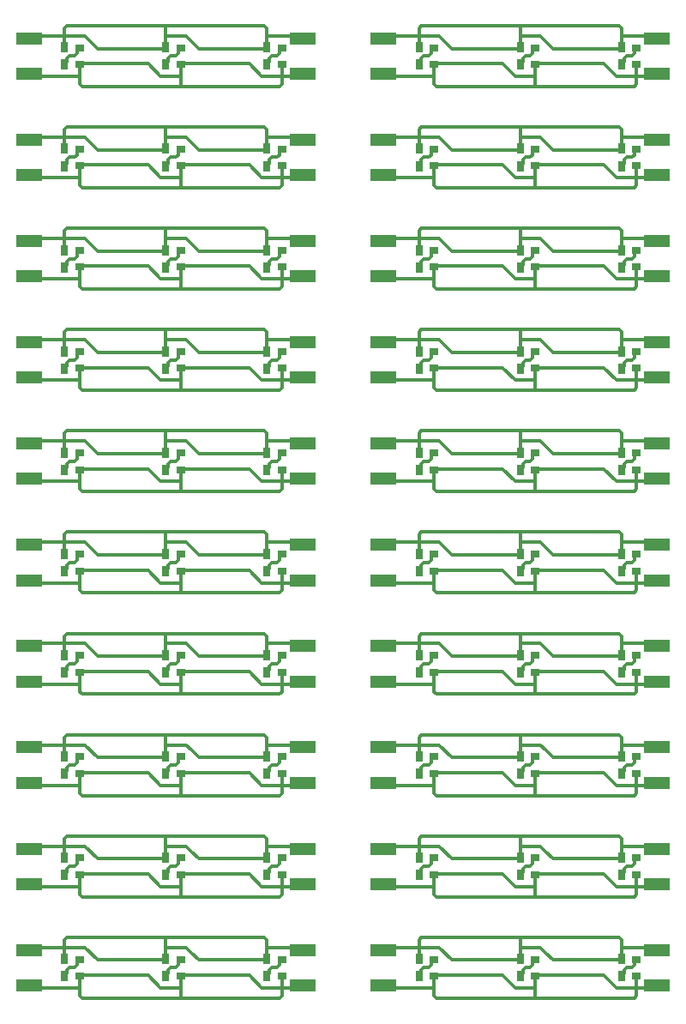
<source format=gbl>
%TF.GenerationSoftware,KiCad,Pcbnew,(5.1.9)-1*%
%TF.CreationDate,2021-03-16T21:43:32+09:00*%
%TF.ProjectId,RoomLightExtensionBoard,526f6f6d-4c69-4676-9874-457874656e73,rev?*%
%TF.SameCoordinates,PX5c81a40PY7b06240*%
%TF.FileFunction,Copper,L2,Bot*%
%TF.FilePolarity,Positive*%
%FSLAX46Y46*%
G04 Gerber Fmt 4.6, Leading zero omitted, Abs format (unit mm)*
G04 Created by KiCad (PCBNEW (5.1.9)-1) date 2021-03-16 21:43:32*
%MOMM*%
%LPD*%
G01*
G04 APERTURE LIST*
%TA.AperFunction,SMDPad,CuDef*%
%ADD10R,0.900000X0.650000*%
%TD*%
%TA.AperFunction,ComponentPad*%
%ADD11R,2.500000X1.200000*%
%TD*%
%TA.AperFunction,SMDPad,CuDef*%
%ADD12R,0.800000X1.000000*%
%TD*%
%TA.AperFunction,Conductor*%
%ADD13C,0.300000*%
%TD*%
G04 APERTURE END LIST*
D10*
%TO.P,R1,2*%
%TO.N,Net-(D1-Pad2)*%
X67500000Y4825000D03*
%TO.P,R1,1*%
%TO.N,+12V*%
X67500000Y3175000D03*
%TD*%
%TO.P,R1,2*%
%TO.N,Net-(D1-Pad2)*%
X32500000Y4825000D03*
%TO.P,R1,1*%
%TO.N,+12V*%
X32500000Y3175000D03*
%TD*%
%TO.P,R1,2*%
%TO.N,Net-(D1-Pad2)*%
X67500000Y14825000D03*
%TO.P,R1,1*%
%TO.N,+12V*%
X67500000Y13175000D03*
%TD*%
%TO.P,R1,2*%
%TO.N,Net-(D1-Pad2)*%
X32500000Y14825000D03*
%TO.P,R1,1*%
%TO.N,+12V*%
X32500000Y13175000D03*
%TD*%
%TO.P,R1,2*%
%TO.N,Net-(D1-Pad2)*%
X67500000Y24825000D03*
%TO.P,R1,1*%
%TO.N,+12V*%
X67500000Y23175000D03*
%TD*%
%TO.P,R1,2*%
%TO.N,Net-(D1-Pad2)*%
X32500000Y24825000D03*
%TO.P,R1,1*%
%TO.N,+12V*%
X32500000Y23175000D03*
%TD*%
%TO.P,R1,2*%
%TO.N,Net-(D1-Pad2)*%
X67500000Y34825000D03*
%TO.P,R1,1*%
%TO.N,+12V*%
X67500000Y33175000D03*
%TD*%
%TO.P,R1,2*%
%TO.N,Net-(D1-Pad2)*%
X32500000Y34825000D03*
%TO.P,R1,1*%
%TO.N,+12V*%
X32500000Y33175000D03*
%TD*%
%TO.P,R1,2*%
%TO.N,Net-(D1-Pad2)*%
X67500000Y44825000D03*
%TO.P,R1,1*%
%TO.N,+12V*%
X67500000Y43175000D03*
%TD*%
%TO.P,R1,2*%
%TO.N,Net-(D1-Pad2)*%
X32500000Y44825000D03*
%TO.P,R1,1*%
%TO.N,+12V*%
X32500000Y43175000D03*
%TD*%
%TO.P,R1,2*%
%TO.N,Net-(D1-Pad2)*%
X67500000Y54825000D03*
%TO.P,R1,1*%
%TO.N,+12V*%
X67500000Y53175000D03*
%TD*%
%TO.P,R1,2*%
%TO.N,Net-(D1-Pad2)*%
X32500000Y54825000D03*
%TO.P,R1,1*%
%TO.N,+12V*%
X32500000Y53175000D03*
%TD*%
%TO.P,R1,2*%
%TO.N,Net-(D1-Pad2)*%
X67500000Y64825000D03*
%TO.P,R1,1*%
%TO.N,+12V*%
X67500000Y63175000D03*
%TD*%
%TO.P,R1,2*%
%TO.N,Net-(D1-Pad2)*%
X32500000Y64825000D03*
%TO.P,R1,1*%
%TO.N,+12V*%
X32500000Y63175000D03*
%TD*%
%TO.P,R1,2*%
%TO.N,Net-(D1-Pad2)*%
X67500000Y74825000D03*
%TO.P,R1,1*%
%TO.N,+12V*%
X67500000Y73175000D03*
%TD*%
%TO.P,R1,2*%
%TO.N,Net-(D1-Pad2)*%
X32500000Y74825000D03*
%TO.P,R1,1*%
%TO.N,+12V*%
X32500000Y73175000D03*
%TD*%
%TO.P,R1,2*%
%TO.N,Net-(D1-Pad2)*%
X67500000Y84825000D03*
%TO.P,R1,1*%
%TO.N,+12V*%
X67500000Y83175000D03*
%TD*%
%TO.P,R1,2*%
%TO.N,Net-(D1-Pad2)*%
X32500000Y84825000D03*
%TO.P,R1,1*%
%TO.N,+12V*%
X32500000Y83175000D03*
%TD*%
%TO.P,R1,2*%
%TO.N,Net-(D1-Pad2)*%
X67500000Y94825000D03*
%TO.P,R1,1*%
%TO.N,+12V*%
X67500000Y93175000D03*
%TD*%
D11*
%TO.P,J2,1*%
%TO.N,+12V*%
X42500000Y2250000D03*
%TD*%
%TO.P,J2,1*%
%TO.N,+12V*%
X7500000Y2250000D03*
%TD*%
%TO.P,J2,1*%
%TO.N,+12V*%
X42500000Y12250000D03*
%TD*%
%TO.P,J2,1*%
%TO.N,+12V*%
X7500000Y12250000D03*
%TD*%
%TO.P,J2,1*%
%TO.N,+12V*%
X42500000Y22250000D03*
%TD*%
%TO.P,J2,1*%
%TO.N,+12V*%
X7500000Y22250000D03*
%TD*%
%TO.P,J2,1*%
%TO.N,+12V*%
X42500000Y32250000D03*
%TD*%
%TO.P,J2,1*%
%TO.N,+12V*%
X7500000Y32250000D03*
%TD*%
%TO.P,J2,1*%
%TO.N,+12V*%
X42500000Y42250000D03*
%TD*%
%TO.P,J2,1*%
%TO.N,+12V*%
X7500000Y42250000D03*
%TD*%
%TO.P,J2,1*%
%TO.N,+12V*%
X42500000Y52250000D03*
%TD*%
%TO.P,J2,1*%
%TO.N,+12V*%
X7500000Y52250000D03*
%TD*%
%TO.P,J2,1*%
%TO.N,+12V*%
X42500000Y62250000D03*
%TD*%
%TO.P,J2,1*%
%TO.N,+12V*%
X7500000Y62250000D03*
%TD*%
%TO.P,J2,1*%
%TO.N,+12V*%
X42500000Y72250000D03*
%TD*%
%TO.P,J2,1*%
%TO.N,+12V*%
X7500000Y72250000D03*
%TD*%
%TO.P,J2,1*%
%TO.N,+12V*%
X42500000Y82250000D03*
%TD*%
%TO.P,J2,1*%
%TO.N,+12V*%
X7500000Y82250000D03*
%TD*%
%TO.P,J2,1*%
%TO.N,+12V*%
X42500000Y92250000D03*
%TD*%
%TO.P,J4,1*%
%TO.N,GND*%
X42500000Y5750000D03*
%TD*%
%TO.P,J4,1*%
%TO.N,GND*%
X7500000Y5750000D03*
%TD*%
%TO.P,J4,1*%
%TO.N,GND*%
X42500000Y15750000D03*
%TD*%
%TO.P,J4,1*%
%TO.N,GND*%
X7500000Y15750000D03*
%TD*%
%TO.P,J4,1*%
%TO.N,GND*%
X42500000Y25750000D03*
%TD*%
%TO.P,J4,1*%
%TO.N,GND*%
X7500000Y25750000D03*
%TD*%
%TO.P,J4,1*%
%TO.N,GND*%
X42500000Y35750000D03*
%TD*%
%TO.P,J4,1*%
%TO.N,GND*%
X7500000Y35750000D03*
%TD*%
%TO.P,J4,1*%
%TO.N,GND*%
X42500000Y45750000D03*
%TD*%
%TO.P,J4,1*%
%TO.N,GND*%
X7500000Y45750000D03*
%TD*%
%TO.P,J4,1*%
%TO.N,GND*%
X42500000Y55750000D03*
%TD*%
%TO.P,J4,1*%
%TO.N,GND*%
X7500000Y55750000D03*
%TD*%
%TO.P,J4,1*%
%TO.N,GND*%
X42500000Y65750000D03*
%TD*%
%TO.P,J4,1*%
%TO.N,GND*%
X7500000Y65750000D03*
%TD*%
%TO.P,J4,1*%
%TO.N,GND*%
X42500000Y75750000D03*
%TD*%
%TO.P,J4,1*%
%TO.N,GND*%
X7500000Y75750000D03*
%TD*%
%TO.P,J4,1*%
%TO.N,GND*%
X42500000Y85750000D03*
%TD*%
%TO.P,J4,1*%
%TO.N,GND*%
X7500000Y85750000D03*
%TD*%
%TO.P,J4,1*%
%TO.N,GND*%
X42500000Y95750000D03*
%TD*%
D10*
%TO.P,R2,1*%
%TO.N,+12V*%
X57500000Y3175000D03*
%TO.P,R2,2*%
%TO.N,Net-(D2-Pad2)*%
X57500000Y4825000D03*
%TD*%
%TO.P,R2,1*%
%TO.N,+12V*%
X22500000Y3175000D03*
%TO.P,R2,2*%
%TO.N,Net-(D2-Pad2)*%
X22500000Y4825000D03*
%TD*%
%TO.P,R2,1*%
%TO.N,+12V*%
X57500000Y13175000D03*
%TO.P,R2,2*%
%TO.N,Net-(D2-Pad2)*%
X57500000Y14825000D03*
%TD*%
%TO.P,R2,1*%
%TO.N,+12V*%
X22500000Y13175000D03*
%TO.P,R2,2*%
%TO.N,Net-(D2-Pad2)*%
X22500000Y14825000D03*
%TD*%
%TO.P,R2,1*%
%TO.N,+12V*%
X57500000Y23175000D03*
%TO.P,R2,2*%
%TO.N,Net-(D2-Pad2)*%
X57500000Y24825000D03*
%TD*%
%TO.P,R2,1*%
%TO.N,+12V*%
X22500000Y23175000D03*
%TO.P,R2,2*%
%TO.N,Net-(D2-Pad2)*%
X22500000Y24825000D03*
%TD*%
%TO.P,R2,1*%
%TO.N,+12V*%
X57500000Y33175000D03*
%TO.P,R2,2*%
%TO.N,Net-(D2-Pad2)*%
X57500000Y34825000D03*
%TD*%
%TO.P,R2,1*%
%TO.N,+12V*%
X22500000Y33175000D03*
%TO.P,R2,2*%
%TO.N,Net-(D2-Pad2)*%
X22500000Y34825000D03*
%TD*%
%TO.P,R2,1*%
%TO.N,+12V*%
X57500000Y43175000D03*
%TO.P,R2,2*%
%TO.N,Net-(D2-Pad2)*%
X57500000Y44825000D03*
%TD*%
%TO.P,R2,1*%
%TO.N,+12V*%
X22500000Y43175000D03*
%TO.P,R2,2*%
%TO.N,Net-(D2-Pad2)*%
X22500000Y44825000D03*
%TD*%
%TO.P,R2,1*%
%TO.N,+12V*%
X57500000Y53175000D03*
%TO.P,R2,2*%
%TO.N,Net-(D2-Pad2)*%
X57500000Y54825000D03*
%TD*%
%TO.P,R2,1*%
%TO.N,+12V*%
X22500000Y53175000D03*
%TO.P,R2,2*%
%TO.N,Net-(D2-Pad2)*%
X22500000Y54825000D03*
%TD*%
%TO.P,R2,1*%
%TO.N,+12V*%
X57500000Y63175000D03*
%TO.P,R2,2*%
%TO.N,Net-(D2-Pad2)*%
X57500000Y64825000D03*
%TD*%
%TO.P,R2,1*%
%TO.N,+12V*%
X22500000Y63175000D03*
%TO.P,R2,2*%
%TO.N,Net-(D2-Pad2)*%
X22500000Y64825000D03*
%TD*%
%TO.P,R2,1*%
%TO.N,+12V*%
X57500000Y73175000D03*
%TO.P,R2,2*%
%TO.N,Net-(D2-Pad2)*%
X57500000Y74825000D03*
%TD*%
%TO.P,R2,1*%
%TO.N,+12V*%
X22500000Y73175000D03*
%TO.P,R2,2*%
%TO.N,Net-(D2-Pad2)*%
X22500000Y74825000D03*
%TD*%
%TO.P,R2,1*%
%TO.N,+12V*%
X57500000Y83175000D03*
%TO.P,R2,2*%
%TO.N,Net-(D2-Pad2)*%
X57500000Y84825000D03*
%TD*%
%TO.P,R2,1*%
%TO.N,+12V*%
X22500000Y83175000D03*
%TO.P,R2,2*%
%TO.N,Net-(D2-Pad2)*%
X22500000Y84825000D03*
%TD*%
%TO.P,R2,1*%
%TO.N,+12V*%
X57500000Y93175000D03*
%TO.P,R2,2*%
%TO.N,Net-(D2-Pad2)*%
X57500000Y94825000D03*
%TD*%
D12*
%TO.P,D3,2*%
%TO.N,Net-(D3-Pad2)*%
X46000000Y3150000D03*
%TO.P,D3,1*%
%TO.N,GND*%
X46000000Y4850000D03*
%TD*%
%TO.P,D3,2*%
%TO.N,Net-(D3-Pad2)*%
X11000000Y3150000D03*
%TO.P,D3,1*%
%TO.N,GND*%
X11000000Y4850000D03*
%TD*%
%TO.P,D3,2*%
%TO.N,Net-(D3-Pad2)*%
X46000000Y13150000D03*
%TO.P,D3,1*%
%TO.N,GND*%
X46000000Y14850000D03*
%TD*%
%TO.P,D3,2*%
%TO.N,Net-(D3-Pad2)*%
X11000000Y13150000D03*
%TO.P,D3,1*%
%TO.N,GND*%
X11000000Y14850000D03*
%TD*%
%TO.P,D3,2*%
%TO.N,Net-(D3-Pad2)*%
X46000000Y23150000D03*
%TO.P,D3,1*%
%TO.N,GND*%
X46000000Y24850000D03*
%TD*%
%TO.P,D3,2*%
%TO.N,Net-(D3-Pad2)*%
X11000000Y23150000D03*
%TO.P,D3,1*%
%TO.N,GND*%
X11000000Y24850000D03*
%TD*%
%TO.P,D3,2*%
%TO.N,Net-(D3-Pad2)*%
X46000000Y33150000D03*
%TO.P,D3,1*%
%TO.N,GND*%
X46000000Y34850000D03*
%TD*%
%TO.P,D3,2*%
%TO.N,Net-(D3-Pad2)*%
X11000000Y33150000D03*
%TO.P,D3,1*%
%TO.N,GND*%
X11000000Y34850000D03*
%TD*%
%TO.P,D3,2*%
%TO.N,Net-(D3-Pad2)*%
X46000000Y43150000D03*
%TO.P,D3,1*%
%TO.N,GND*%
X46000000Y44850000D03*
%TD*%
%TO.P,D3,2*%
%TO.N,Net-(D3-Pad2)*%
X11000000Y43150000D03*
%TO.P,D3,1*%
%TO.N,GND*%
X11000000Y44850000D03*
%TD*%
%TO.P,D3,2*%
%TO.N,Net-(D3-Pad2)*%
X46000000Y53150000D03*
%TO.P,D3,1*%
%TO.N,GND*%
X46000000Y54850000D03*
%TD*%
%TO.P,D3,2*%
%TO.N,Net-(D3-Pad2)*%
X11000000Y53150000D03*
%TO.P,D3,1*%
%TO.N,GND*%
X11000000Y54850000D03*
%TD*%
%TO.P,D3,2*%
%TO.N,Net-(D3-Pad2)*%
X46000000Y63150000D03*
%TO.P,D3,1*%
%TO.N,GND*%
X46000000Y64850000D03*
%TD*%
%TO.P,D3,2*%
%TO.N,Net-(D3-Pad2)*%
X11000000Y63150000D03*
%TO.P,D3,1*%
%TO.N,GND*%
X11000000Y64850000D03*
%TD*%
%TO.P,D3,2*%
%TO.N,Net-(D3-Pad2)*%
X46000000Y73150000D03*
%TO.P,D3,1*%
%TO.N,GND*%
X46000000Y74850000D03*
%TD*%
%TO.P,D3,2*%
%TO.N,Net-(D3-Pad2)*%
X11000000Y73150000D03*
%TO.P,D3,1*%
%TO.N,GND*%
X11000000Y74850000D03*
%TD*%
%TO.P,D3,2*%
%TO.N,Net-(D3-Pad2)*%
X46000000Y83150000D03*
%TO.P,D3,1*%
%TO.N,GND*%
X46000000Y84850000D03*
%TD*%
%TO.P,D3,2*%
%TO.N,Net-(D3-Pad2)*%
X11000000Y83150000D03*
%TO.P,D3,1*%
%TO.N,GND*%
X11000000Y84850000D03*
%TD*%
%TO.P,D3,2*%
%TO.N,Net-(D3-Pad2)*%
X46000000Y93150000D03*
%TO.P,D3,1*%
%TO.N,GND*%
X46000000Y94850000D03*
%TD*%
%TO.P,D1,2*%
%TO.N,Net-(D1-Pad2)*%
X66000000Y3150000D03*
%TO.P,D1,1*%
%TO.N,GND*%
X66000000Y4850000D03*
%TD*%
%TO.P,D1,2*%
%TO.N,Net-(D1-Pad2)*%
X31000000Y3150000D03*
%TO.P,D1,1*%
%TO.N,GND*%
X31000000Y4850000D03*
%TD*%
%TO.P,D1,2*%
%TO.N,Net-(D1-Pad2)*%
X66000000Y13150000D03*
%TO.P,D1,1*%
%TO.N,GND*%
X66000000Y14850000D03*
%TD*%
%TO.P,D1,2*%
%TO.N,Net-(D1-Pad2)*%
X31000000Y13150000D03*
%TO.P,D1,1*%
%TO.N,GND*%
X31000000Y14850000D03*
%TD*%
%TO.P,D1,2*%
%TO.N,Net-(D1-Pad2)*%
X66000000Y23150000D03*
%TO.P,D1,1*%
%TO.N,GND*%
X66000000Y24850000D03*
%TD*%
%TO.P,D1,2*%
%TO.N,Net-(D1-Pad2)*%
X31000000Y23150000D03*
%TO.P,D1,1*%
%TO.N,GND*%
X31000000Y24850000D03*
%TD*%
%TO.P,D1,2*%
%TO.N,Net-(D1-Pad2)*%
X66000000Y33150000D03*
%TO.P,D1,1*%
%TO.N,GND*%
X66000000Y34850000D03*
%TD*%
%TO.P,D1,2*%
%TO.N,Net-(D1-Pad2)*%
X31000000Y33150000D03*
%TO.P,D1,1*%
%TO.N,GND*%
X31000000Y34850000D03*
%TD*%
%TO.P,D1,2*%
%TO.N,Net-(D1-Pad2)*%
X66000000Y43150000D03*
%TO.P,D1,1*%
%TO.N,GND*%
X66000000Y44850000D03*
%TD*%
%TO.P,D1,2*%
%TO.N,Net-(D1-Pad2)*%
X31000000Y43150000D03*
%TO.P,D1,1*%
%TO.N,GND*%
X31000000Y44850000D03*
%TD*%
%TO.P,D1,2*%
%TO.N,Net-(D1-Pad2)*%
X66000000Y53150000D03*
%TO.P,D1,1*%
%TO.N,GND*%
X66000000Y54850000D03*
%TD*%
%TO.P,D1,2*%
%TO.N,Net-(D1-Pad2)*%
X31000000Y53150000D03*
%TO.P,D1,1*%
%TO.N,GND*%
X31000000Y54850000D03*
%TD*%
%TO.P,D1,2*%
%TO.N,Net-(D1-Pad2)*%
X66000000Y63150000D03*
%TO.P,D1,1*%
%TO.N,GND*%
X66000000Y64850000D03*
%TD*%
%TO.P,D1,2*%
%TO.N,Net-(D1-Pad2)*%
X31000000Y63150000D03*
%TO.P,D1,1*%
%TO.N,GND*%
X31000000Y64850000D03*
%TD*%
%TO.P,D1,2*%
%TO.N,Net-(D1-Pad2)*%
X66000000Y73150000D03*
%TO.P,D1,1*%
%TO.N,GND*%
X66000000Y74850000D03*
%TD*%
%TO.P,D1,2*%
%TO.N,Net-(D1-Pad2)*%
X31000000Y73150000D03*
%TO.P,D1,1*%
%TO.N,GND*%
X31000000Y74850000D03*
%TD*%
%TO.P,D1,2*%
%TO.N,Net-(D1-Pad2)*%
X66000000Y83150000D03*
%TO.P,D1,1*%
%TO.N,GND*%
X66000000Y84850000D03*
%TD*%
%TO.P,D1,2*%
%TO.N,Net-(D1-Pad2)*%
X31000000Y83150000D03*
%TO.P,D1,1*%
%TO.N,GND*%
X31000000Y84850000D03*
%TD*%
%TO.P,D1,2*%
%TO.N,Net-(D1-Pad2)*%
X66000000Y93150000D03*
%TO.P,D1,1*%
%TO.N,GND*%
X66000000Y94850000D03*
%TD*%
D11*
%TO.P,J3,1*%
%TO.N,GND*%
X69500000Y5750000D03*
%TD*%
%TO.P,J3,1*%
%TO.N,GND*%
X34500000Y5750000D03*
%TD*%
%TO.P,J3,1*%
%TO.N,GND*%
X69500000Y15750000D03*
%TD*%
%TO.P,J3,1*%
%TO.N,GND*%
X34500000Y15750000D03*
%TD*%
%TO.P,J3,1*%
%TO.N,GND*%
X69500000Y25750000D03*
%TD*%
%TO.P,J3,1*%
%TO.N,GND*%
X34500000Y25750000D03*
%TD*%
%TO.P,J3,1*%
%TO.N,GND*%
X69500000Y35750000D03*
%TD*%
%TO.P,J3,1*%
%TO.N,GND*%
X34500000Y35750000D03*
%TD*%
%TO.P,J3,1*%
%TO.N,GND*%
X69500000Y45750000D03*
%TD*%
%TO.P,J3,1*%
%TO.N,GND*%
X34500000Y45750000D03*
%TD*%
%TO.P,J3,1*%
%TO.N,GND*%
X69500000Y55750000D03*
%TD*%
%TO.P,J3,1*%
%TO.N,GND*%
X34500000Y55750000D03*
%TD*%
%TO.P,J3,1*%
%TO.N,GND*%
X69500000Y65750000D03*
%TD*%
%TO.P,J3,1*%
%TO.N,GND*%
X34500000Y65750000D03*
%TD*%
%TO.P,J3,1*%
%TO.N,GND*%
X69500000Y75750000D03*
%TD*%
%TO.P,J3,1*%
%TO.N,GND*%
X34500000Y75750000D03*
%TD*%
%TO.P,J3,1*%
%TO.N,GND*%
X69500000Y85750000D03*
%TD*%
%TO.P,J3,1*%
%TO.N,GND*%
X34500000Y85750000D03*
%TD*%
%TO.P,J3,1*%
%TO.N,GND*%
X69500000Y95750000D03*
%TD*%
%TO.P,J1,1*%
%TO.N,+12V*%
X69500000Y2250000D03*
%TD*%
%TO.P,J1,1*%
%TO.N,+12V*%
X34500000Y2250000D03*
%TD*%
%TO.P,J1,1*%
%TO.N,+12V*%
X69500000Y12250000D03*
%TD*%
%TO.P,J1,1*%
%TO.N,+12V*%
X34500000Y12250000D03*
%TD*%
%TO.P,J1,1*%
%TO.N,+12V*%
X69500000Y22250000D03*
%TD*%
%TO.P,J1,1*%
%TO.N,+12V*%
X34500000Y22250000D03*
%TD*%
%TO.P,J1,1*%
%TO.N,+12V*%
X69500000Y32250000D03*
%TD*%
%TO.P,J1,1*%
%TO.N,+12V*%
X34500000Y32250000D03*
%TD*%
%TO.P,J1,1*%
%TO.N,+12V*%
X69500000Y42250000D03*
%TD*%
%TO.P,J1,1*%
%TO.N,+12V*%
X34500000Y42250000D03*
%TD*%
%TO.P,J1,1*%
%TO.N,+12V*%
X69500000Y52250000D03*
%TD*%
%TO.P,J1,1*%
%TO.N,+12V*%
X34500000Y52250000D03*
%TD*%
%TO.P,J1,1*%
%TO.N,+12V*%
X69500000Y62250000D03*
%TD*%
%TO.P,J1,1*%
%TO.N,+12V*%
X34500000Y62250000D03*
%TD*%
%TO.P,J1,1*%
%TO.N,+12V*%
X69500000Y72250000D03*
%TD*%
%TO.P,J1,1*%
%TO.N,+12V*%
X34500000Y72250000D03*
%TD*%
%TO.P,J1,1*%
%TO.N,+12V*%
X69500000Y82250000D03*
%TD*%
%TO.P,J1,1*%
%TO.N,+12V*%
X34500000Y82250000D03*
%TD*%
%TO.P,J1,1*%
%TO.N,+12V*%
X69500000Y92250000D03*
%TD*%
D12*
%TO.P,D2,1*%
%TO.N,GND*%
X56000000Y4850000D03*
%TO.P,D2,2*%
%TO.N,Net-(D2-Pad2)*%
X56000000Y3150000D03*
%TD*%
%TO.P,D2,1*%
%TO.N,GND*%
X21000000Y4850000D03*
%TO.P,D2,2*%
%TO.N,Net-(D2-Pad2)*%
X21000000Y3150000D03*
%TD*%
%TO.P,D2,1*%
%TO.N,GND*%
X56000000Y14850000D03*
%TO.P,D2,2*%
%TO.N,Net-(D2-Pad2)*%
X56000000Y13150000D03*
%TD*%
%TO.P,D2,1*%
%TO.N,GND*%
X21000000Y14850000D03*
%TO.P,D2,2*%
%TO.N,Net-(D2-Pad2)*%
X21000000Y13150000D03*
%TD*%
%TO.P,D2,1*%
%TO.N,GND*%
X56000000Y24850000D03*
%TO.P,D2,2*%
%TO.N,Net-(D2-Pad2)*%
X56000000Y23150000D03*
%TD*%
%TO.P,D2,1*%
%TO.N,GND*%
X21000000Y24850000D03*
%TO.P,D2,2*%
%TO.N,Net-(D2-Pad2)*%
X21000000Y23150000D03*
%TD*%
%TO.P,D2,1*%
%TO.N,GND*%
X56000000Y34850000D03*
%TO.P,D2,2*%
%TO.N,Net-(D2-Pad2)*%
X56000000Y33150000D03*
%TD*%
%TO.P,D2,1*%
%TO.N,GND*%
X21000000Y34850000D03*
%TO.P,D2,2*%
%TO.N,Net-(D2-Pad2)*%
X21000000Y33150000D03*
%TD*%
%TO.P,D2,1*%
%TO.N,GND*%
X56000000Y44850000D03*
%TO.P,D2,2*%
%TO.N,Net-(D2-Pad2)*%
X56000000Y43150000D03*
%TD*%
%TO.P,D2,1*%
%TO.N,GND*%
X21000000Y44850000D03*
%TO.P,D2,2*%
%TO.N,Net-(D2-Pad2)*%
X21000000Y43150000D03*
%TD*%
%TO.P,D2,1*%
%TO.N,GND*%
X56000000Y54850000D03*
%TO.P,D2,2*%
%TO.N,Net-(D2-Pad2)*%
X56000000Y53150000D03*
%TD*%
%TO.P,D2,1*%
%TO.N,GND*%
X21000000Y54850000D03*
%TO.P,D2,2*%
%TO.N,Net-(D2-Pad2)*%
X21000000Y53150000D03*
%TD*%
%TO.P,D2,1*%
%TO.N,GND*%
X56000000Y64850000D03*
%TO.P,D2,2*%
%TO.N,Net-(D2-Pad2)*%
X56000000Y63150000D03*
%TD*%
%TO.P,D2,1*%
%TO.N,GND*%
X21000000Y64850000D03*
%TO.P,D2,2*%
%TO.N,Net-(D2-Pad2)*%
X21000000Y63150000D03*
%TD*%
%TO.P,D2,1*%
%TO.N,GND*%
X56000000Y74850000D03*
%TO.P,D2,2*%
%TO.N,Net-(D2-Pad2)*%
X56000000Y73150000D03*
%TD*%
%TO.P,D2,1*%
%TO.N,GND*%
X21000000Y74850000D03*
%TO.P,D2,2*%
%TO.N,Net-(D2-Pad2)*%
X21000000Y73150000D03*
%TD*%
%TO.P,D2,1*%
%TO.N,GND*%
X56000000Y84850000D03*
%TO.P,D2,2*%
%TO.N,Net-(D2-Pad2)*%
X56000000Y83150000D03*
%TD*%
%TO.P,D2,1*%
%TO.N,GND*%
X21000000Y84850000D03*
%TO.P,D2,2*%
%TO.N,Net-(D2-Pad2)*%
X21000000Y83150000D03*
%TD*%
%TO.P,D2,1*%
%TO.N,GND*%
X56000000Y94850000D03*
%TO.P,D2,2*%
%TO.N,Net-(D2-Pad2)*%
X56000000Y93150000D03*
%TD*%
D10*
%TO.P,R3,2*%
%TO.N,Net-(D3-Pad2)*%
X47500000Y4825000D03*
%TO.P,R3,1*%
%TO.N,+12V*%
X47500000Y3175000D03*
%TD*%
%TO.P,R3,2*%
%TO.N,Net-(D3-Pad2)*%
X12500000Y4825000D03*
%TO.P,R3,1*%
%TO.N,+12V*%
X12500000Y3175000D03*
%TD*%
%TO.P,R3,2*%
%TO.N,Net-(D3-Pad2)*%
X47500000Y14825000D03*
%TO.P,R3,1*%
%TO.N,+12V*%
X47500000Y13175000D03*
%TD*%
%TO.P,R3,2*%
%TO.N,Net-(D3-Pad2)*%
X12500000Y14825000D03*
%TO.P,R3,1*%
%TO.N,+12V*%
X12500000Y13175000D03*
%TD*%
%TO.P,R3,2*%
%TO.N,Net-(D3-Pad2)*%
X47500000Y24825000D03*
%TO.P,R3,1*%
%TO.N,+12V*%
X47500000Y23175000D03*
%TD*%
%TO.P,R3,2*%
%TO.N,Net-(D3-Pad2)*%
X12500000Y24825000D03*
%TO.P,R3,1*%
%TO.N,+12V*%
X12500000Y23175000D03*
%TD*%
%TO.P,R3,2*%
%TO.N,Net-(D3-Pad2)*%
X47500000Y34825000D03*
%TO.P,R3,1*%
%TO.N,+12V*%
X47500000Y33175000D03*
%TD*%
%TO.P,R3,2*%
%TO.N,Net-(D3-Pad2)*%
X12500000Y34825000D03*
%TO.P,R3,1*%
%TO.N,+12V*%
X12500000Y33175000D03*
%TD*%
%TO.P,R3,2*%
%TO.N,Net-(D3-Pad2)*%
X47500000Y44825000D03*
%TO.P,R3,1*%
%TO.N,+12V*%
X47500000Y43175000D03*
%TD*%
%TO.P,R3,2*%
%TO.N,Net-(D3-Pad2)*%
X12500000Y44825000D03*
%TO.P,R3,1*%
%TO.N,+12V*%
X12500000Y43175000D03*
%TD*%
%TO.P,R3,2*%
%TO.N,Net-(D3-Pad2)*%
X47500000Y54825000D03*
%TO.P,R3,1*%
%TO.N,+12V*%
X47500000Y53175000D03*
%TD*%
%TO.P,R3,2*%
%TO.N,Net-(D3-Pad2)*%
X12500000Y54825000D03*
%TO.P,R3,1*%
%TO.N,+12V*%
X12500000Y53175000D03*
%TD*%
%TO.P,R3,2*%
%TO.N,Net-(D3-Pad2)*%
X47500000Y64825000D03*
%TO.P,R3,1*%
%TO.N,+12V*%
X47500000Y63175000D03*
%TD*%
%TO.P,R3,2*%
%TO.N,Net-(D3-Pad2)*%
X12500000Y64825000D03*
%TO.P,R3,1*%
%TO.N,+12V*%
X12500000Y63175000D03*
%TD*%
%TO.P,R3,2*%
%TO.N,Net-(D3-Pad2)*%
X47500000Y74825000D03*
%TO.P,R3,1*%
%TO.N,+12V*%
X47500000Y73175000D03*
%TD*%
%TO.P,R3,2*%
%TO.N,Net-(D3-Pad2)*%
X12500000Y74825000D03*
%TO.P,R3,1*%
%TO.N,+12V*%
X12500000Y73175000D03*
%TD*%
%TO.P,R3,2*%
%TO.N,Net-(D3-Pad2)*%
X47500000Y84825000D03*
%TO.P,R3,1*%
%TO.N,+12V*%
X47500000Y83175000D03*
%TD*%
%TO.P,R3,2*%
%TO.N,Net-(D3-Pad2)*%
X12500000Y84825000D03*
%TO.P,R3,1*%
%TO.N,+12V*%
X12500000Y83175000D03*
%TD*%
%TO.P,R3,2*%
%TO.N,Net-(D3-Pad2)*%
X47500000Y94825000D03*
%TO.P,R3,1*%
%TO.N,+12V*%
X47500000Y93175000D03*
%TD*%
D12*
%TO.P,D1,1*%
%TO.N,GND*%
X31000000Y94850000D03*
%TO.P,D1,2*%
%TO.N,Net-(D1-Pad2)*%
X31000000Y93150000D03*
%TD*%
%TO.P,D2,2*%
%TO.N,Net-(D2-Pad2)*%
X21000000Y93150000D03*
%TO.P,D2,1*%
%TO.N,GND*%
X21000000Y94850000D03*
%TD*%
%TO.P,D3,1*%
%TO.N,GND*%
X11000000Y94850000D03*
%TO.P,D3,2*%
%TO.N,Net-(D3-Pad2)*%
X11000000Y93150000D03*
%TD*%
D11*
%TO.P,J1,1*%
%TO.N,+12V*%
X34500000Y92250000D03*
%TD*%
%TO.P,J2,1*%
%TO.N,+12V*%
X7500000Y92250000D03*
%TD*%
%TO.P,J3,1*%
%TO.N,GND*%
X34500000Y95750000D03*
%TD*%
%TO.P,J4,1*%
%TO.N,GND*%
X7500000Y95750000D03*
%TD*%
D10*
%TO.P,R1,1*%
%TO.N,+12V*%
X32500000Y93175000D03*
%TO.P,R1,2*%
%TO.N,Net-(D1-Pad2)*%
X32500000Y94825000D03*
%TD*%
%TO.P,R2,2*%
%TO.N,Net-(D2-Pad2)*%
X22500000Y94825000D03*
%TO.P,R2,1*%
%TO.N,+12V*%
X22500000Y93175000D03*
%TD*%
%TO.P,R3,1*%
%TO.N,+12V*%
X12500000Y93175000D03*
%TO.P,R3,2*%
%TO.N,Net-(D3-Pad2)*%
X12500000Y94825000D03*
%TD*%
D13*
%TO.N,+12V*%
X12500000Y92000000D02*
X12500000Y93175000D01*
X10500000Y92000000D02*
X12500000Y92000000D01*
X12500000Y93250000D02*
X18750000Y93250000D01*
X20500000Y92000000D02*
X22500000Y92000000D01*
X19250000Y93250000D02*
X20500000Y92000000D01*
X22500000Y92000000D02*
X22500000Y91000000D01*
X22500000Y91000000D02*
X31000000Y91000000D01*
X21000000Y91000000D02*
X22500000Y91000000D01*
X22500000Y92000000D02*
X22500000Y93175000D01*
X29250000Y93250000D02*
X30500000Y92000000D01*
X22500000Y93250000D02*
X29250000Y93250000D01*
X30500000Y92000000D02*
X32500000Y92000000D01*
X32500000Y92000000D02*
X32500000Y93175000D01*
X19250000Y93250000D02*
X18750000Y93250000D01*
X32575000Y93250000D02*
X32500000Y93175000D01*
X34250000Y92000000D02*
X34500000Y92250000D01*
X32500000Y92000000D02*
X34250000Y92000000D01*
X32500000Y91250000D02*
X32250000Y91000000D01*
X31000000Y91000000D02*
X32250000Y91000000D01*
X32500000Y92000000D02*
X32500000Y91250000D01*
X7750000Y92000000D02*
X7500000Y92250000D01*
X10500000Y92000000D02*
X7750000Y92000000D01*
X12500000Y91250000D02*
X12750000Y91000000D01*
X12500000Y92000000D02*
X12500000Y91250000D01*
X12750000Y91000000D02*
X21000000Y91000000D01*
X64250000Y93250000D02*
X65500000Y92000000D01*
X29250000Y83250000D02*
X30500000Y82000000D01*
X64250000Y83250000D02*
X65500000Y82000000D01*
X29250000Y73250000D02*
X30500000Y72000000D01*
X64250000Y73250000D02*
X65500000Y72000000D01*
X29250000Y63250000D02*
X30500000Y62000000D01*
X64250000Y63250000D02*
X65500000Y62000000D01*
X29250000Y53250000D02*
X30500000Y52000000D01*
X64250000Y53250000D02*
X65500000Y52000000D01*
X29250000Y43250000D02*
X30500000Y42000000D01*
X64250000Y43250000D02*
X65500000Y42000000D01*
X29250000Y33250000D02*
X30500000Y32000000D01*
X64250000Y33250000D02*
X65500000Y32000000D01*
X29250000Y23250000D02*
X30500000Y22000000D01*
X64250000Y23250000D02*
X65500000Y22000000D01*
X29250000Y13250000D02*
X30500000Y12000000D01*
X64250000Y13250000D02*
X65500000Y12000000D01*
X29250000Y3250000D02*
X30500000Y2000000D01*
X64250000Y3250000D02*
X65500000Y2000000D01*
X57500000Y93250000D02*
X64250000Y93250000D01*
X22500000Y83250000D02*
X29250000Y83250000D01*
X57500000Y83250000D02*
X64250000Y83250000D01*
X22500000Y73250000D02*
X29250000Y73250000D01*
X57500000Y73250000D02*
X64250000Y73250000D01*
X22500000Y63250000D02*
X29250000Y63250000D01*
X57500000Y63250000D02*
X64250000Y63250000D01*
X22500000Y53250000D02*
X29250000Y53250000D01*
X57500000Y53250000D02*
X64250000Y53250000D01*
X22500000Y43250000D02*
X29250000Y43250000D01*
X57500000Y43250000D02*
X64250000Y43250000D01*
X22500000Y33250000D02*
X29250000Y33250000D01*
X57500000Y33250000D02*
X64250000Y33250000D01*
X22500000Y23250000D02*
X29250000Y23250000D01*
X57500000Y23250000D02*
X64250000Y23250000D01*
X22500000Y13250000D02*
X29250000Y13250000D01*
X57500000Y13250000D02*
X64250000Y13250000D01*
X22500000Y3250000D02*
X29250000Y3250000D01*
X57500000Y3250000D02*
X64250000Y3250000D01*
X65500000Y92000000D02*
X67500000Y92000000D01*
X30500000Y82000000D02*
X32500000Y82000000D01*
X65500000Y82000000D02*
X67500000Y82000000D01*
X30500000Y72000000D02*
X32500000Y72000000D01*
X65500000Y72000000D02*
X67500000Y72000000D01*
X30500000Y62000000D02*
X32500000Y62000000D01*
X65500000Y62000000D02*
X67500000Y62000000D01*
X30500000Y52000000D02*
X32500000Y52000000D01*
X65500000Y52000000D02*
X67500000Y52000000D01*
X30500000Y42000000D02*
X32500000Y42000000D01*
X65500000Y42000000D02*
X67500000Y42000000D01*
X30500000Y32000000D02*
X32500000Y32000000D01*
X65500000Y32000000D02*
X67500000Y32000000D01*
X30500000Y22000000D02*
X32500000Y22000000D01*
X65500000Y22000000D02*
X67500000Y22000000D01*
X30500000Y12000000D02*
X32500000Y12000000D01*
X65500000Y12000000D02*
X67500000Y12000000D01*
X30500000Y2000000D02*
X32500000Y2000000D01*
X65500000Y2000000D02*
X67500000Y2000000D01*
X69250000Y92000000D02*
X69500000Y92250000D01*
X34250000Y82000000D02*
X34500000Y82250000D01*
X69250000Y82000000D02*
X69500000Y82250000D01*
X34250000Y72000000D02*
X34500000Y72250000D01*
X69250000Y72000000D02*
X69500000Y72250000D01*
X34250000Y62000000D02*
X34500000Y62250000D01*
X69250000Y62000000D02*
X69500000Y62250000D01*
X34250000Y52000000D02*
X34500000Y52250000D01*
X69250000Y52000000D02*
X69500000Y52250000D01*
X34250000Y42000000D02*
X34500000Y42250000D01*
X69250000Y42000000D02*
X69500000Y42250000D01*
X34250000Y32000000D02*
X34500000Y32250000D01*
X69250000Y32000000D02*
X69500000Y32250000D01*
X34250000Y22000000D02*
X34500000Y22250000D01*
X69250000Y22000000D02*
X69500000Y22250000D01*
X34250000Y12000000D02*
X34500000Y12250000D01*
X69250000Y12000000D02*
X69500000Y12250000D01*
X34250000Y2000000D02*
X34500000Y2250000D01*
X69250000Y2000000D02*
X69500000Y2250000D01*
X54250000Y93250000D02*
X55500000Y92000000D01*
X19250000Y83250000D02*
X20500000Y82000000D01*
X54250000Y83250000D02*
X55500000Y82000000D01*
X19250000Y73250000D02*
X20500000Y72000000D01*
X54250000Y73250000D02*
X55500000Y72000000D01*
X19250000Y63250000D02*
X20500000Y62000000D01*
X54250000Y63250000D02*
X55500000Y62000000D01*
X19250000Y53250000D02*
X20500000Y52000000D01*
X54250000Y53250000D02*
X55500000Y52000000D01*
X19250000Y43250000D02*
X20500000Y42000000D01*
X54250000Y43250000D02*
X55500000Y42000000D01*
X19250000Y33250000D02*
X20500000Y32000000D01*
X54250000Y33250000D02*
X55500000Y32000000D01*
X19250000Y23250000D02*
X20500000Y22000000D01*
X54250000Y23250000D02*
X55500000Y22000000D01*
X19250000Y13250000D02*
X20500000Y12000000D01*
X54250000Y13250000D02*
X55500000Y12000000D01*
X19250000Y3250000D02*
X20500000Y2000000D01*
X54250000Y3250000D02*
X55500000Y2000000D01*
X54250000Y93250000D02*
X53750000Y93250000D01*
X19250000Y83250000D02*
X18750000Y83250000D01*
X54250000Y83250000D02*
X53750000Y83250000D01*
X19250000Y73250000D02*
X18750000Y73250000D01*
X54250000Y73250000D02*
X53750000Y73250000D01*
X19250000Y63250000D02*
X18750000Y63250000D01*
X54250000Y63250000D02*
X53750000Y63250000D01*
X19250000Y53250000D02*
X18750000Y53250000D01*
X54250000Y53250000D02*
X53750000Y53250000D01*
X19250000Y43250000D02*
X18750000Y43250000D01*
X54250000Y43250000D02*
X53750000Y43250000D01*
X19250000Y33250000D02*
X18750000Y33250000D01*
X54250000Y33250000D02*
X53750000Y33250000D01*
X19250000Y23250000D02*
X18750000Y23250000D01*
X54250000Y23250000D02*
X53750000Y23250000D01*
X19250000Y13250000D02*
X18750000Y13250000D01*
X54250000Y13250000D02*
X53750000Y13250000D01*
X19250000Y3250000D02*
X18750000Y3250000D01*
X54250000Y3250000D02*
X53750000Y3250000D01*
X47500000Y91250000D02*
X47750000Y91000000D01*
X12500000Y81250000D02*
X12750000Y81000000D01*
X47500000Y81250000D02*
X47750000Y81000000D01*
X12500000Y71250000D02*
X12750000Y71000000D01*
X47500000Y71250000D02*
X47750000Y71000000D01*
X12500000Y61250000D02*
X12750000Y61000000D01*
X47500000Y61250000D02*
X47750000Y61000000D01*
X12500000Y51250000D02*
X12750000Y51000000D01*
X47500000Y51250000D02*
X47750000Y51000000D01*
X12500000Y41250000D02*
X12750000Y41000000D01*
X47500000Y41250000D02*
X47750000Y41000000D01*
X12500000Y31250000D02*
X12750000Y31000000D01*
X47500000Y31250000D02*
X47750000Y31000000D01*
X12500000Y21250000D02*
X12750000Y21000000D01*
X47500000Y21250000D02*
X47750000Y21000000D01*
X12500000Y11250000D02*
X12750000Y11000000D01*
X47500000Y11250000D02*
X47750000Y11000000D01*
X12500000Y1250000D02*
X12750000Y1000000D01*
X47500000Y1250000D02*
X47750000Y1000000D01*
X55500000Y92000000D02*
X57500000Y92000000D01*
X20500000Y82000000D02*
X22500000Y82000000D01*
X55500000Y82000000D02*
X57500000Y82000000D01*
X20500000Y72000000D02*
X22500000Y72000000D01*
X55500000Y72000000D02*
X57500000Y72000000D01*
X20500000Y62000000D02*
X22500000Y62000000D01*
X55500000Y62000000D02*
X57500000Y62000000D01*
X20500000Y52000000D02*
X22500000Y52000000D01*
X55500000Y52000000D02*
X57500000Y52000000D01*
X20500000Y42000000D02*
X22500000Y42000000D01*
X55500000Y42000000D02*
X57500000Y42000000D01*
X20500000Y32000000D02*
X22500000Y32000000D01*
X55500000Y32000000D02*
X57500000Y32000000D01*
X20500000Y22000000D02*
X22500000Y22000000D01*
X55500000Y22000000D02*
X57500000Y22000000D01*
X20500000Y12000000D02*
X22500000Y12000000D01*
X55500000Y12000000D02*
X57500000Y12000000D01*
X20500000Y2000000D02*
X22500000Y2000000D01*
X55500000Y2000000D02*
X57500000Y2000000D01*
X56000000Y91000000D02*
X57500000Y91000000D01*
X21000000Y81000000D02*
X22500000Y81000000D01*
X56000000Y81000000D02*
X57500000Y81000000D01*
X21000000Y71000000D02*
X22500000Y71000000D01*
X56000000Y71000000D02*
X57500000Y71000000D01*
X21000000Y61000000D02*
X22500000Y61000000D01*
X56000000Y61000000D02*
X57500000Y61000000D01*
X21000000Y51000000D02*
X22500000Y51000000D01*
X56000000Y51000000D02*
X57500000Y51000000D01*
X21000000Y41000000D02*
X22500000Y41000000D01*
X56000000Y41000000D02*
X57500000Y41000000D01*
X21000000Y31000000D02*
X22500000Y31000000D01*
X56000000Y31000000D02*
X57500000Y31000000D01*
X21000000Y21000000D02*
X22500000Y21000000D01*
X56000000Y21000000D02*
X57500000Y21000000D01*
X21000000Y11000000D02*
X22500000Y11000000D01*
X56000000Y11000000D02*
X57500000Y11000000D01*
X21000000Y1000000D02*
X22500000Y1000000D01*
X56000000Y1000000D02*
X57500000Y1000000D01*
X45500000Y92000000D02*
X47500000Y92000000D01*
X10500000Y82000000D02*
X12500000Y82000000D01*
X45500000Y82000000D02*
X47500000Y82000000D01*
X10500000Y72000000D02*
X12500000Y72000000D01*
X45500000Y72000000D02*
X47500000Y72000000D01*
X10500000Y62000000D02*
X12500000Y62000000D01*
X45500000Y62000000D02*
X47500000Y62000000D01*
X10500000Y52000000D02*
X12500000Y52000000D01*
X45500000Y52000000D02*
X47500000Y52000000D01*
X10500000Y42000000D02*
X12500000Y42000000D01*
X45500000Y42000000D02*
X47500000Y42000000D01*
X10500000Y32000000D02*
X12500000Y32000000D01*
X45500000Y32000000D02*
X47500000Y32000000D01*
X10500000Y22000000D02*
X12500000Y22000000D01*
X45500000Y22000000D02*
X47500000Y22000000D01*
X10500000Y12000000D02*
X12500000Y12000000D01*
X45500000Y12000000D02*
X47500000Y12000000D01*
X10500000Y2000000D02*
X12500000Y2000000D01*
X45500000Y2000000D02*
X47500000Y2000000D01*
X66000000Y91000000D02*
X67250000Y91000000D01*
X31000000Y81000000D02*
X32250000Y81000000D01*
X66000000Y81000000D02*
X67250000Y81000000D01*
X31000000Y71000000D02*
X32250000Y71000000D01*
X66000000Y71000000D02*
X67250000Y71000000D01*
X31000000Y61000000D02*
X32250000Y61000000D01*
X66000000Y61000000D02*
X67250000Y61000000D01*
X31000000Y51000000D02*
X32250000Y51000000D01*
X66000000Y51000000D02*
X67250000Y51000000D01*
X31000000Y41000000D02*
X32250000Y41000000D01*
X66000000Y41000000D02*
X67250000Y41000000D01*
X31000000Y31000000D02*
X32250000Y31000000D01*
X66000000Y31000000D02*
X67250000Y31000000D01*
X31000000Y21000000D02*
X32250000Y21000000D01*
X66000000Y21000000D02*
X67250000Y21000000D01*
X31000000Y11000000D02*
X32250000Y11000000D01*
X66000000Y11000000D02*
X67250000Y11000000D01*
X31000000Y1000000D02*
X32250000Y1000000D01*
X66000000Y1000000D02*
X67250000Y1000000D01*
X67575000Y93250000D02*
X67500000Y93175000D01*
X32575000Y83250000D02*
X32500000Y83175000D01*
X67575000Y83250000D02*
X67500000Y83175000D01*
X32575000Y73250000D02*
X32500000Y73175000D01*
X67575000Y73250000D02*
X67500000Y73175000D01*
X32575000Y63250000D02*
X32500000Y63175000D01*
X67575000Y63250000D02*
X67500000Y63175000D01*
X32575000Y53250000D02*
X32500000Y53175000D01*
X67575000Y53250000D02*
X67500000Y53175000D01*
X32575000Y43250000D02*
X32500000Y43175000D01*
X67575000Y43250000D02*
X67500000Y43175000D01*
X32575000Y33250000D02*
X32500000Y33175000D01*
X67575000Y33250000D02*
X67500000Y33175000D01*
X32575000Y23250000D02*
X32500000Y23175000D01*
X67575000Y23250000D02*
X67500000Y23175000D01*
X32575000Y13250000D02*
X32500000Y13175000D01*
X67575000Y13250000D02*
X67500000Y13175000D01*
X32575000Y3250000D02*
X32500000Y3175000D01*
X67575000Y3250000D02*
X67500000Y3175000D01*
X67500000Y92000000D02*
X67500000Y93175000D01*
X32500000Y82000000D02*
X32500000Y83175000D01*
X67500000Y82000000D02*
X67500000Y83175000D01*
X32500000Y72000000D02*
X32500000Y73175000D01*
X67500000Y72000000D02*
X67500000Y73175000D01*
X32500000Y62000000D02*
X32500000Y63175000D01*
X67500000Y62000000D02*
X67500000Y63175000D01*
X32500000Y52000000D02*
X32500000Y53175000D01*
X67500000Y52000000D02*
X67500000Y53175000D01*
X32500000Y42000000D02*
X32500000Y43175000D01*
X67500000Y42000000D02*
X67500000Y43175000D01*
X32500000Y32000000D02*
X32500000Y33175000D01*
X67500000Y32000000D02*
X67500000Y33175000D01*
X32500000Y22000000D02*
X32500000Y23175000D01*
X67500000Y22000000D02*
X67500000Y23175000D01*
X32500000Y12000000D02*
X32500000Y13175000D01*
X67500000Y12000000D02*
X67500000Y13175000D01*
X32500000Y2000000D02*
X32500000Y3175000D01*
X67500000Y2000000D02*
X67500000Y3175000D01*
X57500000Y92000000D02*
X57500000Y93175000D01*
X22500000Y82000000D02*
X22500000Y83175000D01*
X57500000Y82000000D02*
X57500000Y83175000D01*
X22500000Y72000000D02*
X22500000Y73175000D01*
X57500000Y72000000D02*
X57500000Y73175000D01*
X22500000Y62000000D02*
X22500000Y63175000D01*
X57500000Y62000000D02*
X57500000Y63175000D01*
X22500000Y52000000D02*
X22500000Y53175000D01*
X57500000Y52000000D02*
X57500000Y53175000D01*
X22500000Y42000000D02*
X22500000Y43175000D01*
X57500000Y42000000D02*
X57500000Y43175000D01*
X22500000Y32000000D02*
X22500000Y33175000D01*
X57500000Y32000000D02*
X57500000Y33175000D01*
X22500000Y22000000D02*
X22500000Y23175000D01*
X57500000Y22000000D02*
X57500000Y23175000D01*
X22500000Y12000000D02*
X22500000Y13175000D01*
X57500000Y12000000D02*
X57500000Y13175000D01*
X22500000Y2000000D02*
X22500000Y3175000D01*
X57500000Y2000000D02*
X57500000Y3175000D01*
X47500000Y92000000D02*
X47500000Y91250000D01*
X12500000Y82000000D02*
X12500000Y81250000D01*
X47500000Y82000000D02*
X47500000Y81250000D01*
X12500000Y72000000D02*
X12500000Y71250000D01*
X47500000Y72000000D02*
X47500000Y71250000D01*
X12500000Y62000000D02*
X12500000Y61250000D01*
X47500000Y62000000D02*
X47500000Y61250000D01*
X12500000Y52000000D02*
X12500000Y51250000D01*
X47500000Y52000000D02*
X47500000Y51250000D01*
X12500000Y42000000D02*
X12500000Y41250000D01*
X47500000Y42000000D02*
X47500000Y41250000D01*
X12500000Y32000000D02*
X12500000Y31250000D01*
X47500000Y32000000D02*
X47500000Y31250000D01*
X12500000Y22000000D02*
X12500000Y21250000D01*
X47500000Y22000000D02*
X47500000Y21250000D01*
X12500000Y12000000D02*
X12500000Y11250000D01*
X47500000Y12000000D02*
X47500000Y11250000D01*
X12500000Y2000000D02*
X12500000Y1250000D01*
X47500000Y2000000D02*
X47500000Y1250000D01*
X47500000Y92000000D02*
X47500000Y93175000D01*
X12500000Y82000000D02*
X12500000Y83175000D01*
X47500000Y82000000D02*
X47500000Y83175000D01*
X12500000Y72000000D02*
X12500000Y73175000D01*
X47500000Y72000000D02*
X47500000Y73175000D01*
X12500000Y62000000D02*
X12500000Y63175000D01*
X47500000Y62000000D02*
X47500000Y63175000D01*
X12500000Y52000000D02*
X12500000Y53175000D01*
X47500000Y52000000D02*
X47500000Y53175000D01*
X12500000Y42000000D02*
X12500000Y43175000D01*
X47500000Y42000000D02*
X47500000Y43175000D01*
X12500000Y32000000D02*
X12500000Y33175000D01*
X47500000Y32000000D02*
X47500000Y33175000D01*
X12500000Y22000000D02*
X12500000Y23175000D01*
X47500000Y22000000D02*
X47500000Y23175000D01*
X12500000Y12000000D02*
X12500000Y13175000D01*
X47500000Y12000000D02*
X47500000Y13175000D01*
X12500000Y2000000D02*
X12500000Y3175000D01*
X47500000Y2000000D02*
X47500000Y3175000D01*
X45500000Y92000000D02*
X42750000Y92000000D01*
X10500000Y82000000D02*
X7750000Y82000000D01*
X45500000Y82000000D02*
X42750000Y82000000D01*
X10500000Y72000000D02*
X7750000Y72000000D01*
X45500000Y72000000D02*
X42750000Y72000000D01*
X10500000Y62000000D02*
X7750000Y62000000D01*
X45500000Y62000000D02*
X42750000Y62000000D01*
X10500000Y52000000D02*
X7750000Y52000000D01*
X45500000Y52000000D02*
X42750000Y52000000D01*
X10500000Y42000000D02*
X7750000Y42000000D01*
X45500000Y42000000D02*
X42750000Y42000000D01*
X10500000Y32000000D02*
X7750000Y32000000D01*
X45500000Y32000000D02*
X42750000Y32000000D01*
X10500000Y22000000D02*
X7750000Y22000000D01*
X45500000Y22000000D02*
X42750000Y22000000D01*
X10500000Y12000000D02*
X7750000Y12000000D01*
X45500000Y12000000D02*
X42750000Y12000000D01*
X10500000Y2000000D02*
X7750000Y2000000D01*
X45500000Y2000000D02*
X42750000Y2000000D01*
X42750000Y92000000D02*
X42500000Y92250000D01*
X7750000Y82000000D02*
X7500000Y82250000D01*
X42750000Y82000000D02*
X42500000Y82250000D01*
X7750000Y72000000D02*
X7500000Y72250000D01*
X42750000Y72000000D02*
X42500000Y72250000D01*
X7750000Y62000000D02*
X7500000Y62250000D01*
X42750000Y62000000D02*
X42500000Y62250000D01*
X7750000Y52000000D02*
X7500000Y52250000D01*
X42750000Y52000000D02*
X42500000Y52250000D01*
X7750000Y42000000D02*
X7500000Y42250000D01*
X42750000Y42000000D02*
X42500000Y42250000D01*
X7750000Y32000000D02*
X7500000Y32250000D01*
X42750000Y32000000D02*
X42500000Y32250000D01*
X7750000Y22000000D02*
X7500000Y22250000D01*
X42750000Y22000000D02*
X42500000Y22250000D01*
X7750000Y12000000D02*
X7500000Y12250000D01*
X42750000Y12000000D02*
X42500000Y12250000D01*
X7750000Y2000000D02*
X7500000Y2250000D01*
X42750000Y2000000D02*
X42500000Y2250000D01*
X47500000Y93250000D02*
X53750000Y93250000D01*
X12500000Y83250000D02*
X18750000Y83250000D01*
X47500000Y83250000D02*
X53750000Y83250000D01*
X12500000Y73250000D02*
X18750000Y73250000D01*
X47500000Y73250000D02*
X53750000Y73250000D01*
X12500000Y63250000D02*
X18750000Y63250000D01*
X47500000Y63250000D02*
X53750000Y63250000D01*
X12500000Y53250000D02*
X18750000Y53250000D01*
X47500000Y53250000D02*
X53750000Y53250000D01*
X12500000Y43250000D02*
X18750000Y43250000D01*
X47500000Y43250000D02*
X53750000Y43250000D01*
X12500000Y33250000D02*
X18750000Y33250000D01*
X47500000Y33250000D02*
X53750000Y33250000D01*
X12500000Y23250000D02*
X18750000Y23250000D01*
X47500000Y23250000D02*
X53750000Y23250000D01*
X12500000Y13250000D02*
X18750000Y13250000D01*
X47500000Y13250000D02*
X53750000Y13250000D01*
X12500000Y3250000D02*
X18750000Y3250000D01*
X47500000Y3250000D02*
X53750000Y3250000D01*
X67500000Y92000000D02*
X67500000Y91250000D01*
X32500000Y82000000D02*
X32500000Y81250000D01*
X67500000Y82000000D02*
X67500000Y81250000D01*
X32500000Y72000000D02*
X32500000Y71250000D01*
X67500000Y72000000D02*
X67500000Y71250000D01*
X32500000Y62000000D02*
X32500000Y61250000D01*
X67500000Y62000000D02*
X67500000Y61250000D01*
X32500000Y52000000D02*
X32500000Y51250000D01*
X67500000Y52000000D02*
X67500000Y51250000D01*
X32500000Y42000000D02*
X32500000Y41250000D01*
X67500000Y42000000D02*
X67500000Y41250000D01*
X32500000Y32000000D02*
X32500000Y31250000D01*
X67500000Y32000000D02*
X67500000Y31250000D01*
X32500000Y22000000D02*
X32500000Y21250000D01*
X67500000Y22000000D02*
X67500000Y21250000D01*
X32500000Y12000000D02*
X32500000Y11250000D01*
X67500000Y12000000D02*
X67500000Y11250000D01*
X32500000Y2000000D02*
X32500000Y1250000D01*
X67500000Y2000000D02*
X67500000Y1250000D01*
X57500000Y92000000D02*
X57500000Y91000000D01*
X22500000Y82000000D02*
X22500000Y81000000D01*
X57500000Y82000000D02*
X57500000Y81000000D01*
X22500000Y72000000D02*
X22500000Y71000000D01*
X57500000Y72000000D02*
X57500000Y71000000D01*
X22500000Y62000000D02*
X22500000Y61000000D01*
X57500000Y62000000D02*
X57500000Y61000000D01*
X22500000Y52000000D02*
X22500000Y51000000D01*
X57500000Y52000000D02*
X57500000Y51000000D01*
X22500000Y42000000D02*
X22500000Y41000000D01*
X57500000Y42000000D02*
X57500000Y41000000D01*
X22500000Y32000000D02*
X22500000Y31000000D01*
X57500000Y32000000D02*
X57500000Y31000000D01*
X22500000Y22000000D02*
X22500000Y21000000D01*
X57500000Y22000000D02*
X57500000Y21000000D01*
X22500000Y12000000D02*
X22500000Y11000000D01*
X57500000Y12000000D02*
X57500000Y11000000D01*
X22500000Y2000000D02*
X22500000Y1000000D01*
X57500000Y2000000D02*
X57500000Y1000000D01*
X67500000Y91250000D02*
X67250000Y91000000D01*
X32500000Y81250000D02*
X32250000Y81000000D01*
X67500000Y81250000D02*
X67250000Y81000000D01*
X32500000Y71250000D02*
X32250000Y71000000D01*
X67500000Y71250000D02*
X67250000Y71000000D01*
X32500000Y61250000D02*
X32250000Y61000000D01*
X67500000Y61250000D02*
X67250000Y61000000D01*
X32500000Y51250000D02*
X32250000Y51000000D01*
X67500000Y51250000D02*
X67250000Y51000000D01*
X32500000Y41250000D02*
X32250000Y41000000D01*
X67500000Y41250000D02*
X67250000Y41000000D01*
X32500000Y31250000D02*
X32250000Y31000000D01*
X67500000Y31250000D02*
X67250000Y31000000D01*
X32500000Y21250000D02*
X32250000Y21000000D01*
X67500000Y21250000D02*
X67250000Y21000000D01*
X32500000Y11250000D02*
X32250000Y11000000D01*
X67500000Y11250000D02*
X67250000Y11000000D01*
X32500000Y1250000D02*
X32250000Y1000000D01*
X67500000Y1250000D02*
X67250000Y1000000D01*
X57500000Y91000000D02*
X66000000Y91000000D01*
X22500000Y81000000D02*
X31000000Y81000000D01*
X57500000Y81000000D02*
X66000000Y81000000D01*
X22500000Y71000000D02*
X31000000Y71000000D01*
X57500000Y71000000D02*
X66000000Y71000000D01*
X22500000Y61000000D02*
X31000000Y61000000D01*
X57500000Y61000000D02*
X66000000Y61000000D01*
X22500000Y51000000D02*
X31000000Y51000000D01*
X57500000Y51000000D02*
X66000000Y51000000D01*
X22500000Y41000000D02*
X31000000Y41000000D01*
X57500000Y41000000D02*
X66000000Y41000000D01*
X22500000Y31000000D02*
X31000000Y31000000D01*
X57500000Y31000000D02*
X66000000Y31000000D01*
X22500000Y21000000D02*
X31000000Y21000000D01*
X57500000Y21000000D02*
X66000000Y21000000D01*
X22500000Y11000000D02*
X31000000Y11000000D01*
X57500000Y11000000D02*
X66000000Y11000000D01*
X22500000Y1000000D02*
X31000000Y1000000D01*
X57500000Y1000000D02*
X66000000Y1000000D01*
X47750000Y91000000D02*
X56000000Y91000000D01*
X12750000Y81000000D02*
X21000000Y81000000D01*
X47750000Y81000000D02*
X56000000Y81000000D01*
X12750000Y71000000D02*
X21000000Y71000000D01*
X47750000Y71000000D02*
X56000000Y71000000D01*
X12750000Y61000000D02*
X21000000Y61000000D01*
X47750000Y61000000D02*
X56000000Y61000000D01*
X12750000Y51000000D02*
X21000000Y51000000D01*
X47750000Y51000000D02*
X56000000Y51000000D01*
X12750000Y41000000D02*
X21000000Y41000000D01*
X47750000Y41000000D02*
X56000000Y41000000D01*
X12750000Y31000000D02*
X21000000Y31000000D01*
X47750000Y31000000D02*
X56000000Y31000000D01*
X12750000Y21000000D02*
X21000000Y21000000D01*
X47750000Y21000000D02*
X56000000Y21000000D01*
X12750000Y11000000D02*
X21000000Y11000000D01*
X47750000Y11000000D02*
X56000000Y11000000D01*
X12750000Y1000000D02*
X21000000Y1000000D01*
X47750000Y1000000D02*
X56000000Y1000000D01*
X67500000Y92000000D02*
X69250000Y92000000D01*
X32500000Y82000000D02*
X34250000Y82000000D01*
X67500000Y82000000D02*
X69250000Y82000000D01*
X32500000Y72000000D02*
X34250000Y72000000D01*
X67500000Y72000000D02*
X69250000Y72000000D01*
X32500000Y62000000D02*
X34250000Y62000000D01*
X67500000Y62000000D02*
X69250000Y62000000D01*
X32500000Y52000000D02*
X34250000Y52000000D01*
X67500000Y52000000D02*
X69250000Y52000000D01*
X32500000Y42000000D02*
X34250000Y42000000D01*
X67500000Y42000000D02*
X69250000Y42000000D01*
X32500000Y32000000D02*
X34250000Y32000000D01*
X67500000Y32000000D02*
X69250000Y32000000D01*
X32500000Y22000000D02*
X34250000Y22000000D01*
X67500000Y22000000D02*
X69250000Y22000000D01*
X32500000Y12000000D02*
X34250000Y12000000D01*
X67500000Y12000000D02*
X69250000Y12000000D01*
X32500000Y2000000D02*
X34250000Y2000000D01*
X67500000Y2000000D02*
X69250000Y2000000D01*
%TO.N,GND*%
X31100000Y94750000D02*
X31000000Y94850000D01*
X21100000Y94750000D02*
X21000000Y94850000D01*
X11100000Y94750000D02*
X11000000Y94850000D01*
X23000000Y96000000D02*
X21000000Y96000000D01*
X31100000Y94750000D02*
X31000000Y94850000D01*
X21100000Y94750000D02*
X21000000Y94850000D01*
X11100000Y94750000D02*
X11000000Y94850000D01*
X21000000Y94850000D02*
X21000000Y97000000D01*
X23000000Y96000000D02*
X23500000Y95500000D01*
X23500000Y95500000D02*
X24250000Y94750000D01*
X30950000Y94750000D02*
X30000000Y94750000D01*
X30000000Y94750000D02*
X24250000Y94750000D01*
X34250000Y96000000D02*
X34500000Y95750000D01*
X31000000Y96000000D02*
X34250000Y96000000D01*
X31000000Y96750000D02*
X31000000Y94850000D01*
X30750000Y97000000D02*
X31000000Y96750000D01*
X21000000Y97000000D02*
X30750000Y97000000D01*
X20250000Y97000000D02*
X21000000Y97000000D01*
X11000000Y96750000D02*
X11250000Y97000000D01*
X11250000Y97000000D02*
X20250000Y97000000D01*
X11000000Y94850000D02*
X11000000Y96750000D01*
X7750000Y96000000D02*
X7500000Y95750000D01*
X13000000Y96000000D02*
X7750000Y96000000D01*
X14250000Y94750000D02*
X13000000Y96000000D01*
X20950000Y94750000D02*
X14250000Y94750000D01*
X69250000Y96000000D02*
X69500000Y95750000D01*
X34250000Y86000000D02*
X34500000Y85750000D01*
X69250000Y86000000D02*
X69500000Y85750000D01*
X34250000Y76000000D02*
X34500000Y75750000D01*
X69250000Y76000000D02*
X69500000Y75750000D01*
X34250000Y66000000D02*
X34500000Y65750000D01*
X69250000Y66000000D02*
X69500000Y65750000D01*
X34250000Y56000000D02*
X34500000Y55750000D01*
X69250000Y56000000D02*
X69500000Y55750000D01*
X34250000Y46000000D02*
X34500000Y45750000D01*
X69250000Y46000000D02*
X69500000Y45750000D01*
X34250000Y36000000D02*
X34500000Y35750000D01*
X69250000Y36000000D02*
X69500000Y35750000D01*
X34250000Y26000000D02*
X34500000Y25750000D01*
X69250000Y26000000D02*
X69500000Y25750000D01*
X34250000Y16000000D02*
X34500000Y15750000D01*
X69250000Y16000000D02*
X69500000Y15750000D01*
X34250000Y6000000D02*
X34500000Y5750000D01*
X69250000Y6000000D02*
X69500000Y5750000D01*
X66000000Y96750000D02*
X66000000Y94850000D01*
X31000000Y86750000D02*
X31000000Y84850000D01*
X66000000Y86750000D02*
X66000000Y84850000D01*
X31000000Y76750000D02*
X31000000Y74850000D01*
X66000000Y76750000D02*
X66000000Y74850000D01*
X31000000Y66750000D02*
X31000000Y64850000D01*
X66000000Y66750000D02*
X66000000Y64850000D01*
X31000000Y56750000D02*
X31000000Y54850000D01*
X66000000Y56750000D02*
X66000000Y54850000D01*
X31000000Y46750000D02*
X31000000Y44850000D01*
X66000000Y46750000D02*
X66000000Y44850000D01*
X31000000Y36750000D02*
X31000000Y34850000D01*
X66000000Y36750000D02*
X66000000Y34850000D01*
X31000000Y26750000D02*
X31000000Y24850000D01*
X66000000Y26750000D02*
X66000000Y24850000D01*
X31000000Y16750000D02*
X31000000Y14850000D01*
X66000000Y16750000D02*
X66000000Y14850000D01*
X31000000Y6750000D02*
X31000000Y4850000D01*
X66000000Y6750000D02*
X66000000Y4850000D01*
X65750000Y97000000D02*
X66000000Y96750000D01*
X30750000Y87000000D02*
X31000000Y86750000D01*
X65750000Y87000000D02*
X66000000Y86750000D01*
X30750000Y77000000D02*
X31000000Y76750000D01*
X65750000Y77000000D02*
X66000000Y76750000D01*
X30750000Y67000000D02*
X31000000Y66750000D01*
X65750000Y67000000D02*
X66000000Y66750000D01*
X30750000Y57000000D02*
X31000000Y56750000D01*
X65750000Y57000000D02*
X66000000Y56750000D01*
X30750000Y47000000D02*
X31000000Y46750000D01*
X65750000Y47000000D02*
X66000000Y46750000D01*
X30750000Y37000000D02*
X31000000Y36750000D01*
X65750000Y37000000D02*
X66000000Y36750000D01*
X30750000Y27000000D02*
X31000000Y26750000D01*
X65750000Y27000000D02*
X66000000Y26750000D01*
X30750000Y17000000D02*
X31000000Y16750000D01*
X65750000Y17000000D02*
X66000000Y16750000D01*
X30750000Y7000000D02*
X31000000Y6750000D01*
X65750000Y7000000D02*
X66000000Y6750000D01*
X56000000Y97000000D02*
X65750000Y97000000D01*
X21000000Y87000000D02*
X30750000Y87000000D01*
X56000000Y87000000D02*
X65750000Y87000000D01*
X21000000Y77000000D02*
X30750000Y77000000D01*
X56000000Y77000000D02*
X65750000Y77000000D01*
X21000000Y67000000D02*
X30750000Y67000000D01*
X56000000Y67000000D02*
X65750000Y67000000D01*
X21000000Y57000000D02*
X30750000Y57000000D01*
X56000000Y57000000D02*
X65750000Y57000000D01*
X21000000Y47000000D02*
X30750000Y47000000D01*
X56000000Y47000000D02*
X65750000Y47000000D01*
X21000000Y37000000D02*
X30750000Y37000000D01*
X56000000Y37000000D02*
X65750000Y37000000D01*
X21000000Y27000000D02*
X30750000Y27000000D01*
X56000000Y27000000D02*
X65750000Y27000000D01*
X21000000Y17000000D02*
X30750000Y17000000D01*
X56000000Y17000000D02*
X65750000Y17000000D01*
X21000000Y7000000D02*
X30750000Y7000000D01*
X56000000Y7000000D02*
X65750000Y7000000D01*
X65000000Y94750000D02*
X59250000Y94750000D01*
X30000000Y84750000D02*
X24250000Y84750000D01*
X65000000Y84750000D02*
X59250000Y84750000D01*
X30000000Y74750000D02*
X24250000Y74750000D01*
X65000000Y74750000D02*
X59250000Y74750000D01*
X30000000Y64750000D02*
X24250000Y64750000D01*
X65000000Y64750000D02*
X59250000Y64750000D01*
X30000000Y54750000D02*
X24250000Y54750000D01*
X65000000Y54750000D02*
X59250000Y54750000D01*
X30000000Y44750000D02*
X24250000Y44750000D01*
X65000000Y44750000D02*
X59250000Y44750000D01*
X30000000Y34750000D02*
X24250000Y34750000D01*
X65000000Y34750000D02*
X59250000Y34750000D01*
X30000000Y24750000D02*
X24250000Y24750000D01*
X65000000Y24750000D02*
X59250000Y24750000D01*
X30000000Y14750000D02*
X24250000Y14750000D01*
X65000000Y14750000D02*
X59250000Y14750000D01*
X30000000Y4750000D02*
X24250000Y4750000D01*
X65000000Y4750000D02*
X59250000Y4750000D01*
X55250000Y97000000D02*
X56000000Y97000000D01*
X20250000Y87000000D02*
X21000000Y87000000D01*
X55250000Y87000000D02*
X56000000Y87000000D01*
X20250000Y77000000D02*
X21000000Y77000000D01*
X55250000Y77000000D02*
X56000000Y77000000D01*
X20250000Y67000000D02*
X21000000Y67000000D01*
X55250000Y67000000D02*
X56000000Y67000000D01*
X20250000Y57000000D02*
X21000000Y57000000D01*
X55250000Y57000000D02*
X56000000Y57000000D01*
X20250000Y47000000D02*
X21000000Y47000000D01*
X55250000Y47000000D02*
X56000000Y47000000D01*
X20250000Y37000000D02*
X21000000Y37000000D01*
X55250000Y37000000D02*
X56000000Y37000000D01*
X20250000Y27000000D02*
X21000000Y27000000D01*
X55250000Y27000000D02*
X56000000Y27000000D01*
X20250000Y17000000D02*
X21000000Y17000000D01*
X55250000Y17000000D02*
X56000000Y17000000D01*
X20250000Y7000000D02*
X21000000Y7000000D01*
X55250000Y7000000D02*
X56000000Y7000000D01*
X46000000Y96750000D02*
X46250000Y97000000D01*
X11000000Y86750000D02*
X11250000Y87000000D01*
X46000000Y86750000D02*
X46250000Y87000000D01*
X11000000Y76750000D02*
X11250000Y77000000D01*
X46000000Y76750000D02*
X46250000Y77000000D01*
X11000000Y66750000D02*
X11250000Y67000000D01*
X46000000Y66750000D02*
X46250000Y67000000D01*
X11000000Y56750000D02*
X11250000Y57000000D01*
X46000000Y56750000D02*
X46250000Y57000000D01*
X11000000Y46750000D02*
X11250000Y47000000D01*
X46000000Y46750000D02*
X46250000Y47000000D01*
X11000000Y36750000D02*
X11250000Y37000000D01*
X46000000Y36750000D02*
X46250000Y37000000D01*
X11000000Y26750000D02*
X11250000Y27000000D01*
X46000000Y26750000D02*
X46250000Y27000000D01*
X11000000Y16750000D02*
X11250000Y17000000D01*
X46000000Y16750000D02*
X46250000Y17000000D01*
X11000000Y6750000D02*
X11250000Y7000000D01*
X46000000Y6750000D02*
X46250000Y7000000D01*
X42750000Y96000000D02*
X42500000Y95750000D01*
X7750000Y86000000D02*
X7500000Y85750000D01*
X42750000Y86000000D02*
X42500000Y85750000D01*
X7750000Y76000000D02*
X7500000Y75750000D01*
X42750000Y76000000D02*
X42500000Y75750000D01*
X7750000Y66000000D02*
X7500000Y65750000D01*
X42750000Y66000000D02*
X42500000Y65750000D01*
X7750000Y56000000D02*
X7500000Y55750000D01*
X42750000Y56000000D02*
X42500000Y55750000D01*
X7750000Y46000000D02*
X7500000Y45750000D01*
X42750000Y46000000D02*
X42500000Y45750000D01*
X7750000Y36000000D02*
X7500000Y35750000D01*
X42750000Y36000000D02*
X42500000Y35750000D01*
X7750000Y26000000D02*
X7500000Y25750000D01*
X42750000Y26000000D02*
X42500000Y25750000D01*
X7750000Y16000000D02*
X7500000Y15750000D01*
X42750000Y16000000D02*
X42500000Y15750000D01*
X7750000Y6000000D02*
X7500000Y5750000D01*
X42750000Y6000000D02*
X42500000Y5750000D01*
X49250000Y94750000D02*
X48000000Y96000000D01*
X14250000Y84750000D02*
X13000000Y86000000D01*
X49250000Y84750000D02*
X48000000Y86000000D01*
X14250000Y74750000D02*
X13000000Y76000000D01*
X49250000Y74750000D02*
X48000000Y76000000D01*
X14250000Y64750000D02*
X13000000Y66000000D01*
X49250000Y64750000D02*
X48000000Y66000000D01*
X14250000Y54750000D02*
X13000000Y56000000D01*
X49250000Y54750000D02*
X48000000Y56000000D01*
X14250000Y44750000D02*
X13000000Y46000000D01*
X49250000Y44750000D02*
X48000000Y46000000D01*
X14250000Y34750000D02*
X13000000Y36000000D01*
X49250000Y34750000D02*
X48000000Y36000000D01*
X14250000Y24750000D02*
X13000000Y26000000D01*
X49250000Y24750000D02*
X48000000Y26000000D01*
X14250000Y14750000D02*
X13000000Y16000000D01*
X49250000Y14750000D02*
X48000000Y16000000D01*
X14250000Y4750000D02*
X13000000Y6000000D01*
X49250000Y4750000D02*
X48000000Y6000000D01*
X46100000Y94750000D02*
X46000000Y94850000D01*
X11100000Y84750000D02*
X11000000Y84850000D01*
X46100000Y84750000D02*
X46000000Y84850000D01*
X11100000Y74750000D02*
X11000000Y74850000D01*
X46100000Y74750000D02*
X46000000Y74850000D01*
X11100000Y64750000D02*
X11000000Y64850000D01*
X46100000Y64750000D02*
X46000000Y64850000D01*
X11100000Y54750000D02*
X11000000Y54850000D01*
X46100000Y54750000D02*
X46000000Y54850000D01*
X11100000Y44750000D02*
X11000000Y44850000D01*
X46100000Y44750000D02*
X46000000Y44850000D01*
X11100000Y34750000D02*
X11000000Y34850000D01*
X46100000Y34750000D02*
X46000000Y34850000D01*
X11100000Y24750000D02*
X11000000Y24850000D01*
X46100000Y24750000D02*
X46000000Y24850000D01*
X11100000Y14750000D02*
X11000000Y14850000D01*
X46100000Y14750000D02*
X46000000Y14850000D01*
X11100000Y4750000D02*
X11000000Y4850000D01*
X46100000Y4750000D02*
X46000000Y4850000D01*
X58500000Y95500000D02*
X59250000Y94750000D01*
X23500000Y85500000D02*
X24250000Y84750000D01*
X58500000Y85500000D02*
X59250000Y84750000D01*
X23500000Y75500000D02*
X24250000Y74750000D01*
X58500000Y75500000D02*
X59250000Y74750000D01*
X23500000Y65500000D02*
X24250000Y64750000D01*
X58500000Y65500000D02*
X59250000Y64750000D01*
X23500000Y55500000D02*
X24250000Y54750000D01*
X58500000Y55500000D02*
X59250000Y54750000D01*
X23500000Y45500000D02*
X24250000Y44750000D01*
X58500000Y45500000D02*
X59250000Y44750000D01*
X23500000Y35500000D02*
X24250000Y34750000D01*
X58500000Y35500000D02*
X59250000Y34750000D01*
X23500000Y25500000D02*
X24250000Y24750000D01*
X58500000Y25500000D02*
X59250000Y24750000D01*
X23500000Y15500000D02*
X24250000Y14750000D01*
X58500000Y15500000D02*
X59250000Y14750000D01*
X23500000Y5500000D02*
X24250000Y4750000D01*
X58500000Y5500000D02*
X59250000Y4750000D01*
X65950000Y94750000D02*
X65000000Y94750000D01*
X30950000Y84750000D02*
X30000000Y84750000D01*
X65950000Y84750000D02*
X65000000Y84750000D01*
X30950000Y74750000D02*
X30000000Y74750000D01*
X65950000Y74750000D02*
X65000000Y74750000D01*
X30950000Y64750000D02*
X30000000Y64750000D01*
X65950000Y64750000D02*
X65000000Y64750000D01*
X30950000Y54750000D02*
X30000000Y54750000D01*
X65950000Y54750000D02*
X65000000Y54750000D01*
X30950000Y44750000D02*
X30000000Y44750000D01*
X65950000Y44750000D02*
X65000000Y44750000D01*
X30950000Y34750000D02*
X30000000Y34750000D01*
X65950000Y34750000D02*
X65000000Y34750000D01*
X30950000Y24750000D02*
X30000000Y24750000D01*
X65950000Y24750000D02*
X65000000Y24750000D01*
X30950000Y14750000D02*
X30000000Y14750000D01*
X65950000Y14750000D02*
X65000000Y14750000D01*
X30950000Y4750000D02*
X30000000Y4750000D01*
X65950000Y4750000D02*
X65000000Y4750000D01*
X46250000Y97000000D02*
X55250000Y97000000D01*
X11250000Y87000000D02*
X20250000Y87000000D01*
X46250000Y87000000D02*
X55250000Y87000000D01*
X11250000Y77000000D02*
X20250000Y77000000D01*
X46250000Y77000000D02*
X55250000Y77000000D01*
X11250000Y67000000D02*
X20250000Y67000000D01*
X46250000Y67000000D02*
X55250000Y67000000D01*
X11250000Y57000000D02*
X20250000Y57000000D01*
X46250000Y57000000D02*
X55250000Y57000000D01*
X11250000Y47000000D02*
X20250000Y47000000D01*
X46250000Y47000000D02*
X55250000Y47000000D01*
X11250000Y37000000D02*
X20250000Y37000000D01*
X46250000Y37000000D02*
X55250000Y37000000D01*
X11250000Y27000000D02*
X20250000Y27000000D01*
X46250000Y27000000D02*
X55250000Y27000000D01*
X11250000Y17000000D02*
X20250000Y17000000D01*
X46250000Y17000000D02*
X55250000Y17000000D01*
X11250000Y7000000D02*
X20250000Y7000000D01*
X46250000Y7000000D02*
X55250000Y7000000D01*
X66100000Y94750000D02*
X66000000Y94850000D01*
X31100000Y84750000D02*
X31000000Y84850000D01*
X66100000Y84750000D02*
X66000000Y84850000D01*
X31100000Y74750000D02*
X31000000Y74850000D01*
X66100000Y74750000D02*
X66000000Y74850000D01*
X31100000Y64750000D02*
X31000000Y64850000D01*
X66100000Y64750000D02*
X66000000Y64850000D01*
X31100000Y54750000D02*
X31000000Y54850000D01*
X66100000Y54750000D02*
X66000000Y54850000D01*
X31100000Y44750000D02*
X31000000Y44850000D01*
X66100000Y44750000D02*
X66000000Y44850000D01*
X31100000Y34750000D02*
X31000000Y34850000D01*
X66100000Y34750000D02*
X66000000Y34850000D01*
X31100000Y24750000D02*
X31000000Y24850000D01*
X66100000Y24750000D02*
X66000000Y24850000D01*
X31100000Y14750000D02*
X31000000Y14850000D01*
X66100000Y14750000D02*
X66000000Y14850000D01*
X31100000Y4750000D02*
X31000000Y4850000D01*
X66100000Y4750000D02*
X66000000Y4850000D01*
X56000000Y94850000D02*
X56000000Y97000000D01*
X21000000Y84850000D02*
X21000000Y87000000D01*
X56000000Y84850000D02*
X56000000Y87000000D01*
X21000000Y74850000D02*
X21000000Y77000000D01*
X56000000Y74850000D02*
X56000000Y77000000D01*
X21000000Y64850000D02*
X21000000Y67000000D01*
X56000000Y64850000D02*
X56000000Y67000000D01*
X21000000Y54850000D02*
X21000000Y57000000D01*
X56000000Y54850000D02*
X56000000Y57000000D01*
X21000000Y44850000D02*
X21000000Y47000000D01*
X56000000Y44850000D02*
X56000000Y47000000D01*
X21000000Y34850000D02*
X21000000Y37000000D01*
X56000000Y34850000D02*
X56000000Y37000000D01*
X21000000Y24850000D02*
X21000000Y27000000D01*
X56000000Y24850000D02*
X56000000Y27000000D01*
X21000000Y14850000D02*
X21000000Y17000000D01*
X56000000Y14850000D02*
X56000000Y17000000D01*
X21000000Y4850000D02*
X21000000Y7000000D01*
X56000000Y4850000D02*
X56000000Y7000000D01*
X58000000Y96000000D02*
X58500000Y95500000D01*
X23000000Y86000000D02*
X23500000Y85500000D01*
X58000000Y86000000D02*
X58500000Y85500000D01*
X23000000Y76000000D02*
X23500000Y75500000D01*
X58000000Y76000000D02*
X58500000Y75500000D01*
X23000000Y66000000D02*
X23500000Y65500000D01*
X58000000Y66000000D02*
X58500000Y65500000D01*
X23000000Y56000000D02*
X23500000Y55500000D01*
X58000000Y56000000D02*
X58500000Y55500000D01*
X23000000Y46000000D02*
X23500000Y45500000D01*
X58000000Y46000000D02*
X58500000Y45500000D01*
X23000000Y36000000D02*
X23500000Y35500000D01*
X58000000Y36000000D02*
X58500000Y35500000D01*
X23000000Y26000000D02*
X23500000Y25500000D01*
X58000000Y26000000D02*
X58500000Y25500000D01*
X23000000Y16000000D02*
X23500000Y15500000D01*
X58000000Y16000000D02*
X58500000Y15500000D01*
X23000000Y6000000D02*
X23500000Y5500000D01*
X58000000Y6000000D02*
X58500000Y5500000D01*
X46000000Y94850000D02*
X46000000Y96750000D01*
X11000000Y84850000D02*
X11000000Y86750000D01*
X46000000Y84850000D02*
X46000000Y86750000D01*
X11000000Y74850000D02*
X11000000Y76750000D01*
X46000000Y74850000D02*
X46000000Y76750000D01*
X11000000Y64850000D02*
X11000000Y66750000D01*
X46000000Y64850000D02*
X46000000Y66750000D01*
X11000000Y54850000D02*
X11000000Y56750000D01*
X46000000Y54850000D02*
X46000000Y56750000D01*
X11000000Y44850000D02*
X11000000Y46750000D01*
X46000000Y44850000D02*
X46000000Y46750000D01*
X11000000Y34850000D02*
X11000000Y36750000D01*
X46000000Y34850000D02*
X46000000Y36750000D01*
X11000000Y24850000D02*
X11000000Y26750000D01*
X46000000Y24850000D02*
X46000000Y26750000D01*
X11000000Y14850000D02*
X11000000Y16750000D01*
X46000000Y14850000D02*
X46000000Y16750000D01*
X11000000Y4850000D02*
X11000000Y6750000D01*
X46000000Y4850000D02*
X46000000Y6750000D01*
X46100000Y94750000D02*
X46000000Y94850000D01*
X11100000Y84750000D02*
X11000000Y84850000D01*
X46100000Y84750000D02*
X46000000Y84850000D01*
X11100000Y74750000D02*
X11000000Y74850000D01*
X46100000Y74750000D02*
X46000000Y74850000D01*
X11100000Y64750000D02*
X11000000Y64850000D01*
X46100000Y64750000D02*
X46000000Y64850000D01*
X11100000Y54750000D02*
X11000000Y54850000D01*
X46100000Y54750000D02*
X46000000Y54850000D01*
X11100000Y44750000D02*
X11000000Y44850000D01*
X46100000Y44750000D02*
X46000000Y44850000D01*
X11100000Y34750000D02*
X11000000Y34850000D01*
X46100000Y34750000D02*
X46000000Y34850000D01*
X11100000Y24750000D02*
X11000000Y24850000D01*
X46100000Y24750000D02*
X46000000Y24850000D01*
X11100000Y14750000D02*
X11000000Y14850000D01*
X46100000Y14750000D02*
X46000000Y14850000D01*
X11100000Y4750000D02*
X11000000Y4850000D01*
X46100000Y4750000D02*
X46000000Y4850000D01*
X58000000Y96000000D02*
X56000000Y96000000D01*
X23000000Y86000000D02*
X21000000Y86000000D01*
X58000000Y86000000D02*
X56000000Y86000000D01*
X23000000Y76000000D02*
X21000000Y76000000D01*
X58000000Y76000000D02*
X56000000Y76000000D01*
X23000000Y66000000D02*
X21000000Y66000000D01*
X58000000Y66000000D02*
X56000000Y66000000D01*
X23000000Y56000000D02*
X21000000Y56000000D01*
X58000000Y56000000D02*
X56000000Y56000000D01*
X23000000Y46000000D02*
X21000000Y46000000D01*
X58000000Y46000000D02*
X56000000Y46000000D01*
X23000000Y36000000D02*
X21000000Y36000000D01*
X58000000Y36000000D02*
X56000000Y36000000D01*
X23000000Y26000000D02*
X21000000Y26000000D01*
X58000000Y26000000D02*
X56000000Y26000000D01*
X23000000Y16000000D02*
X21000000Y16000000D01*
X58000000Y16000000D02*
X56000000Y16000000D01*
X23000000Y6000000D02*
X21000000Y6000000D01*
X58000000Y6000000D02*
X56000000Y6000000D01*
X56100000Y94750000D02*
X56000000Y94850000D01*
X21100000Y84750000D02*
X21000000Y84850000D01*
X56100000Y84750000D02*
X56000000Y84850000D01*
X21100000Y74750000D02*
X21000000Y74850000D01*
X56100000Y74750000D02*
X56000000Y74850000D01*
X21100000Y64750000D02*
X21000000Y64850000D01*
X56100000Y64750000D02*
X56000000Y64850000D01*
X21100000Y54750000D02*
X21000000Y54850000D01*
X56100000Y54750000D02*
X56000000Y54850000D01*
X21100000Y44750000D02*
X21000000Y44850000D01*
X56100000Y44750000D02*
X56000000Y44850000D01*
X21100000Y34750000D02*
X21000000Y34850000D01*
X56100000Y34750000D02*
X56000000Y34850000D01*
X21100000Y24750000D02*
X21000000Y24850000D01*
X56100000Y24750000D02*
X56000000Y24850000D01*
X21100000Y14750000D02*
X21000000Y14850000D01*
X56100000Y14750000D02*
X56000000Y14850000D01*
X21100000Y4750000D02*
X21000000Y4850000D01*
X56100000Y4750000D02*
X56000000Y4850000D01*
X48000000Y96000000D02*
X42750000Y96000000D01*
X13000000Y86000000D02*
X7750000Y86000000D01*
X48000000Y86000000D02*
X42750000Y86000000D01*
X13000000Y76000000D02*
X7750000Y76000000D01*
X48000000Y76000000D02*
X42750000Y76000000D01*
X13000000Y66000000D02*
X7750000Y66000000D01*
X48000000Y66000000D02*
X42750000Y66000000D01*
X13000000Y56000000D02*
X7750000Y56000000D01*
X48000000Y56000000D02*
X42750000Y56000000D01*
X13000000Y46000000D02*
X7750000Y46000000D01*
X48000000Y46000000D02*
X42750000Y46000000D01*
X13000000Y36000000D02*
X7750000Y36000000D01*
X48000000Y36000000D02*
X42750000Y36000000D01*
X13000000Y26000000D02*
X7750000Y26000000D01*
X48000000Y26000000D02*
X42750000Y26000000D01*
X13000000Y16000000D02*
X7750000Y16000000D01*
X48000000Y16000000D02*
X42750000Y16000000D01*
X13000000Y6000000D02*
X7750000Y6000000D01*
X48000000Y6000000D02*
X42750000Y6000000D01*
X55950000Y94750000D02*
X49250000Y94750000D01*
X20950000Y84750000D02*
X14250000Y84750000D01*
X55950000Y84750000D02*
X49250000Y84750000D01*
X20950000Y74750000D02*
X14250000Y74750000D01*
X55950000Y74750000D02*
X49250000Y74750000D01*
X20950000Y64750000D02*
X14250000Y64750000D01*
X55950000Y64750000D02*
X49250000Y64750000D01*
X20950000Y54750000D02*
X14250000Y54750000D01*
X55950000Y54750000D02*
X49250000Y54750000D01*
X20950000Y44750000D02*
X14250000Y44750000D01*
X55950000Y44750000D02*
X49250000Y44750000D01*
X20950000Y34750000D02*
X14250000Y34750000D01*
X55950000Y34750000D02*
X49250000Y34750000D01*
X20950000Y24750000D02*
X14250000Y24750000D01*
X55950000Y24750000D02*
X49250000Y24750000D01*
X20950000Y14750000D02*
X14250000Y14750000D01*
X55950000Y14750000D02*
X49250000Y14750000D01*
X20950000Y4750000D02*
X14250000Y4750000D01*
X55950000Y4750000D02*
X49250000Y4750000D01*
X66100000Y94750000D02*
X66000000Y94850000D01*
X31100000Y84750000D02*
X31000000Y84850000D01*
X66100000Y84750000D02*
X66000000Y84850000D01*
X31100000Y74750000D02*
X31000000Y74850000D01*
X66100000Y74750000D02*
X66000000Y74850000D01*
X31100000Y64750000D02*
X31000000Y64850000D01*
X66100000Y64750000D02*
X66000000Y64850000D01*
X31100000Y54750000D02*
X31000000Y54850000D01*
X66100000Y54750000D02*
X66000000Y54850000D01*
X31100000Y44750000D02*
X31000000Y44850000D01*
X66100000Y44750000D02*
X66000000Y44850000D01*
X31100000Y34750000D02*
X31000000Y34850000D01*
X66100000Y34750000D02*
X66000000Y34850000D01*
X31100000Y24750000D02*
X31000000Y24850000D01*
X66100000Y24750000D02*
X66000000Y24850000D01*
X31100000Y14750000D02*
X31000000Y14850000D01*
X66100000Y14750000D02*
X66000000Y14850000D01*
X31100000Y4750000D02*
X31000000Y4850000D01*
X66100000Y4750000D02*
X66000000Y4850000D01*
X56100000Y94750000D02*
X56000000Y94850000D01*
X21100000Y84750000D02*
X21000000Y84850000D01*
X56100000Y84750000D02*
X56000000Y84850000D01*
X21100000Y74750000D02*
X21000000Y74850000D01*
X56100000Y74750000D02*
X56000000Y74850000D01*
X21100000Y64750000D02*
X21000000Y64850000D01*
X56100000Y64750000D02*
X56000000Y64850000D01*
X21100000Y54750000D02*
X21000000Y54850000D01*
X56100000Y54750000D02*
X56000000Y54850000D01*
X21100000Y44750000D02*
X21000000Y44850000D01*
X56100000Y44750000D02*
X56000000Y44850000D01*
X21100000Y34750000D02*
X21000000Y34850000D01*
X56100000Y34750000D02*
X56000000Y34850000D01*
X21100000Y24750000D02*
X21000000Y24850000D01*
X56100000Y24750000D02*
X56000000Y24850000D01*
X21100000Y14750000D02*
X21000000Y14850000D01*
X56100000Y14750000D02*
X56000000Y14850000D01*
X21100000Y4750000D02*
X21000000Y4850000D01*
X56100000Y4750000D02*
X56000000Y4850000D01*
X66000000Y96000000D02*
X69250000Y96000000D01*
X31000000Y86000000D02*
X34250000Y86000000D01*
X66000000Y86000000D02*
X69250000Y86000000D01*
X31000000Y76000000D02*
X34250000Y76000000D01*
X66000000Y76000000D02*
X69250000Y76000000D01*
X31000000Y66000000D02*
X34250000Y66000000D01*
X66000000Y66000000D02*
X69250000Y66000000D01*
X31000000Y56000000D02*
X34250000Y56000000D01*
X66000000Y56000000D02*
X69250000Y56000000D01*
X31000000Y46000000D02*
X34250000Y46000000D01*
X66000000Y46000000D02*
X69250000Y46000000D01*
X31000000Y36000000D02*
X34250000Y36000000D01*
X66000000Y36000000D02*
X69250000Y36000000D01*
X31000000Y26000000D02*
X34250000Y26000000D01*
X66000000Y26000000D02*
X69250000Y26000000D01*
X31000000Y16000000D02*
X34250000Y16000000D01*
X66000000Y16000000D02*
X69250000Y16000000D01*
X31000000Y6000000D02*
X34250000Y6000000D01*
X66000000Y6000000D02*
X69250000Y6000000D01*
%TO.N,Net-(D1-Pad2)*%
X32550000Y94750000D02*
X32500000Y94800000D01*
X31100000Y93250000D02*
X31000000Y93150000D01*
X30900000Y93250000D02*
X31000000Y93150000D01*
X32250000Y94575000D02*
X32500000Y94825000D01*
X31000000Y93150000D02*
X31250000Y93400000D01*
X32000000Y94000000D02*
X32250000Y94250000D01*
X31500000Y94000000D02*
X32000000Y94000000D01*
X31250000Y93400000D02*
X31250000Y93750000D01*
X32250000Y94250000D02*
X32250000Y94575000D01*
X31250000Y93750000D02*
X31500000Y94000000D01*
X32550000Y94750000D02*
X32500000Y94800000D01*
X30900000Y93250000D02*
X31000000Y93150000D01*
X67550000Y94750000D02*
X67500000Y94800000D01*
X32550000Y84750000D02*
X32500000Y84800000D01*
X67550000Y84750000D02*
X67500000Y84800000D01*
X32550000Y74750000D02*
X32500000Y74800000D01*
X67550000Y74750000D02*
X67500000Y74800000D01*
X32550000Y64750000D02*
X32500000Y64800000D01*
X67550000Y64750000D02*
X67500000Y64800000D01*
X32550000Y54750000D02*
X32500000Y54800000D01*
X67550000Y54750000D02*
X67500000Y54800000D01*
X32550000Y44750000D02*
X32500000Y44800000D01*
X67550000Y44750000D02*
X67500000Y44800000D01*
X32550000Y34750000D02*
X32500000Y34800000D01*
X67550000Y34750000D02*
X67500000Y34800000D01*
X32550000Y24750000D02*
X32500000Y24800000D01*
X67550000Y24750000D02*
X67500000Y24800000D01*
X32550000Y14750000D02*
X32500000Y14800000D01*
X67550000Y14750000D02*
X67500000Y14800000D01*
X32550000Y4750000D02*
X32500000Y4800000D01*
X67550000Y4750000D02*
X67500000Y4800000D01*
X66000000Y93150000D02*
X66250000Y93400000D01*
X31000000Y83150000D02*
X31250000Y83400000D01*
X66000000Y83150000D02*
X66250000Y83400000D01*
X31000000Y73150000D02*
X31250000Y73400000D01*
X66000000Y73150000D02*
X66250000Y73400000D01*
X31000000Y63150000D02*
X31250000Y63400000D01*
X66000000Y63150000D02*
X66250000Y63400000D01*
X31000000Y53150000D02*
X31250000Y53400000D01*
X66000000Y53150000D02*
X66250000Y53400000D01*
X31000000Y43150000D02*
X31250000Y43400000D01*
X66000000Y43150000D02*
X66250000Y43400000D01*
X31000000Y33150000D02*
X31250000Y33400000D01*
X66000000Y33150000D02*
X66250000Y33400000D01*
X31000000Y23150000D02*
X31250000Y23400000D01*
X66000000Y23150000D02*
X66250000Y23400000D01*
X31000000Y13150000D02*
X31250000Y13400000D01*
X66000000Y13150000D02*
X66250000Y13400000D01*
X31000000Y3150000D02*
X31250000Y3400000D01*
X66000000Y3150000D02*
X66250000Y3400000D01*
X66100000Y93250000D02*
X66000000Y93150000D01*
X31100000Y83250000D02*
X31000000Y83150000D01*
X66100000Y83250000D02*
X66000000Y83150000D01*
X31100000Y73250000D02*
X31000000Y73150000D01*
X66100000Y73250000D02*
X66000000Y73150000D01*
X31100000Y63250000D02*
X31000000Y63150000D01*
X66100000Y63250000D02*
X66000000Y63150000D01*
X31100000Y53250000D02*
X31000000Y53150000D01*
X66100000Y53250000D02*
X66000000Y53150000D01*
X31100000Y43250000D02*
X31000000Y43150000D01*
X66100000Y43250000D02*
X66000000Y43150000D01*
X31100000Y33250000D02*
X31000000Y33150000D01*
X66100000Y33250000D02*
X66000000Y33150000D01*
X31100000Y23250000D02*
X31000000Y23150000D01*
X66100000Y23250000D02*
X66000000Y23150000D01*
X31100000Y13250000D02*
X31000000Y13150000D01*
X66100000Y13250000D02*
X66000000Y13150000D01*
X31100000Y3250000D02*
X31000000Y3150000D01*
X66100000Y3250000D02*
X66000000Y3150000D01*
X65900000Y93250000D02*
X66000000Y93150000D01*
X30900000Y83250000D02*
X31000000Y83150000D01*
X65900000Y83250000D02*
X66000000Y83150000D01*
X30900000Y73250000D02*
X31000000Y73150000D01*
X65900000Y73250000D02*
X66000000Y73150000D01*
X30900000Y63250000D02*
X31000000Y63150000D01*
X65900000Y63250000D02*
X66000000Y63150000D01*
X30900000Y53250000D02*
X31000000Y53150000D01*
X65900000Y53250000D02*
X66000000Y53150000D01*
X30900000Y43250000D02*
X31000000Y43150000D01*
X65900000Y43250000D02*
X66000000Y43150000D01*
X30900000Y33250000D02*
X31000000Y33150000D01*
X65900000Y33250000D02*
X66000000Y33150000D01*
X30900000Y23250000D02*
X31000000Y23150000D01*
X65900000Y23250000D02*
X66000000Y23150000D01*
X30900000Y13250000D02*
X31000000Y13150000D01*
X65900000Y13250000D02*
X66000000Y13150000D01*
X30900000Y3250000D02*
X31000000Y3150000D01*
X65900000Y3250000D02*
X66000000Y3150000D01*
X67250000Y94575000D02*
X67500000Y94825000D01*
X32250000Y84575000D02*
X32500000Y84825000D01*
X67250000Y84575000D02*
X67500000Y84825000D01*
X32250000Y74575000D02*
X32500000Y74825000D01*
X67250000Y74575000D02*
X67500000Y74825000D01*
X32250000Y64575000D02*
X32500000Y64825000D01*
X67250000Y64575000D02*
X67500000Y64825000D01*
X32250000Y54575000D02*
X32500000Y54825000D01*
X67250000Y54575000D02*
X67500000Y54825000D01*
X32250000Y44575000D02*
X32500000Y44825000D01*
X67250000Y44575000D02*
X67500000Y44825000D01*
X32250000Y34575000D02*
X32500000Y34825000D01*
X67250000Y34575000D02*
X67500000Y34825000D01*
X32250000Y24575000D02*
X32500000Y24825000D01*
X67250000Y24575000D02*
X67500000Y24825000D01*
X32250000Y14575000D02*
X32500000Y14825000D01*
X67250000Y14575000D02*
X67500000Y14825000D01*
X32250000Y4575000D02*
X32500000Y4825000D01*
X67250000Y4575000D02*
X67500000Y4825000D01*
X67000000Y94000000D02*
X67250000Y94250000D01*
X32000000Y84000000D02*
X32250000Y84250000D01*
X67000000Y84000000D02*
X67250000Y84250000D01*
X32000000Y74000000D02*
X32250000Y74250000D01*
X67000000Y74000000D02*
X67250000Y74250000D01*
X32000000Y64000000D02*
X32250000Y64250000D01*
X67000000Y64000000D02*
X67250000Y64250000D01*
X32000000Y54000000D02*
X32250000Y54250000D01*
X67000000Y54000000D02*
X67250000Y54250000D01*
X32000000Y44000000D02*
X32250000Y44250000D01*
X67000000Y44000000D02*
X67250000Y44250000D01*
X32000000Y34000000D02*
X32250000Y34250000D01*
X67000000Y34000000D02*
X67250000Y34250000D01*
X32000000Y24000000D02*
X32250000Y24250000D01*
X67000000Y24000000D02*
X67250000Y24250000D01*
X32000000Y14000000D02*
X32250000Y14250000D01*
X67000000Y14000000D02*
X67250000Y14250000D01*
X32000000Y4000000D02*
X32250000Y4250000D01*
X67000000Y4000000D02*
X67250000Y4250000D01*
X66250000Y93400000D02*
X66250000Y93750000D01*
X31250000Y83400000D02*
X31250000Y83750000D01*
X66250000Y83400000D02*
X66250000Y83750000D01*
X31250000Y73400000D02*
X31250000Y73750000D01*
X66250000Y73400000D02*
X66250000Y73750000D01*
X31250000Y63400000D02*
X31250000Y63750000D01*
X66250000Y63400000D02*
X66250000Y63750000D01*
X31250000Y53400000D02*
X31250000Y53750000D01*
X66250000Y53400000D02*
X66250000Y53750000D01*
X31250000Y43400000D02*
X31250000Y43750000D01*
X66250000Y43400000D02*
X66250000Y43750000D01*
X31250000Y33400000D02*
X31250000Y33750000D01*
X66250000Y33400000D02*
X66250000Y33750000D01*
X31250000Y23400000D02*
X31250000Y23750000D01*
X66250000Y23400000D02*
X66250000Y23750000D01*
X31250000Y13400000D02*
X31250000Y13750000D01*
X66250000Y13400000D02*
X66250000Y13750000D01*
X31250000Y3400000D02*
X31250000Y3750000D01*
X66250000Y3400000D02*
X66250000Y3750000D01*
X66500000Y94000000D02*
X67000000Y94000000D01*
X31500000Y84000000D02*
X32000000Y84000000D01*
X66500000Y84000000D02*
X67000000Y84000000D01*
X31500000Y74000000D02*
X32000000Y74000000D01*
X66500000Y74000000D02*
X67000000Y74000000D01*
X31500000Y64000000D02*
X32000000Y64000000D01*
X66500000Y64000000D02*
X67000000Y64000000D01*
X31500000Y54000000D02*
X32000000Y54000000D01*
X66500000Y54000000D02*
X67000000Y54000000D01*
X31500000Y44000000D02*
X32000000Y44000000D01*
X66500000Y44000000D02*
X67000000Y44000000D01*
X31500000Y34000000D02*
X32000000Y34000000D01*
X66500000Y34000000D02*
X67000000Y34000000D01*
X31500000Y24000000D02*
X32000000Y24000000D01*
X66500000Y24000000D02*
X67000000Y24000000D01*
X31500000Y14000000D02*
X32000000Y14000000D01*
X66500000Y14000000D02*
X67000000Y14000000D01*
X31500000Y4000000D02*
X32000000Y4000000D01*
X66500000Y4000000D02*
X67000000Y4000000D01*
X65900000Y93250000D02*
X66000000Y93150000D01*
X30900000Y83250000D02*
X31000000Y83150000D01*
X65900000Y83250000D02*
X66000000Y83150000D01*
X30900000Y73250000D02*
X31000000Y73150000D01*
X65900000Y73250000D02*
X66000000Y73150000D01*
X30900000Y63250000D02*
X31000000Y63150000D01*
X65900000Y63250000D02*
X66000000Y63150000D01*
X30900000Y53250000D02*
X31000000Y53150000D01*
X65900000Y53250000D02*
X66000000Y53150000D01*
X30900000Y43250000D02*
X31000000Y43150000D01*
X65900000Y43250000D02*
X66000000Y43150000D01*
X30900000Y33250000D02*
X31000000Y33150000D01*
X65900000Y33250000D02*
X66000000Y33150000D01*
X30900000Y23250000D02*
X31000000Y23150000D01*
X65900000Y23250000D02*
X66000000Y23150000D01*
X30900000Y13250000D02*
X31000000Y13150000D01*
X65900000Y13250000D02*
X66000000Y13150000D01*
X30900000Y3250000D02*
X31000000Y3150000D01*
X65900000Y3250000D02*
X66000000Y3150000D01*
X66250000Y93750000D02*
X66500000Y94000000D01*
X31250000Y83750000D02*
X31500000Y84000000D01*
X66250000Y83750000D02*
X66500000Y84000000D01*
X31250000Y73750000D02*
X31500000Y74000000D01*
X66250000Y73750000D02*
X66500000Y74000000D01*
X31250000Y63750000D02*
X31500000Y64000000D01*
X66250000Y63750000D02*
X66500000Y64000000D01*
X31250000Y53750000D02*
X31500000Y54000000D01*
X66250000Y53750000D02*
X66500000Y54000000D01*
X31250000Y43750000D02*
X31500000Y44000000D01*
X66250000Y43750000D02*
X66500000Y44000000D01*
X31250000Y33750000D02*
X31500000Y34000000D01*
X66250000Y33750000D02*
X66500000Y34000000D01*
X31250000Y23750000D02*
X31500000Y24000000D01*
X66250000Y23750000D02*
X66500000Y24000000D01*
X31250000Y13750000D02*
X31500000Y14000000D01*
X66250000Y13750000D02*
X66500000Y14000000D01*
X31250000Y3750000D02*
X31500000Y4000000D01*
X66250000Y3750000D02*
X66500000Y4000000D01*
X67550000Y94750000D02*
X67500000Y94800000D01*
X32550000Y84750000D02*
X32500000Y84800000D01*
X67550000Y84750000D02*
X67500000Y84800000D01*
X32550000Y74750000D02*
X32500000Y74800000D01*
X67550000Y74750000D02*
X67500000Y74800000D01*
X32550000Y64750000D02*
X32500000Y64800000D01*
X67550000Y64750000D02*
X67500000Y64800000D01*
X32550000Y54750000D02*
X32500000Y54800000D01*
X67550000Y54750000D02*
X67500000Y54800000D01*
X32550000Y44750000D02*
X32500000Y44800000D01*
X67550000Y44750000D02*
X67500000Y44800000D01*
X32550000Y34750000D02*
X32500000Y34800000D01*
X67550000Y34750000D02*
X67500000Y34800000D01*
X32550000Y24750000D02*
X32500000Y24800000D01*
X67550000Y24750000D02*
X67500000Y24800000D01*
X32550000Y14750000D02*
X32500000Y14800000D01*
X67550000Y14750000D02*
X67500000Y14800000D01*
X32550000Y4750000D02*
X32500000Y4800000D01*
X67550000Y4750000D02*
X67500000Y4800000D01*
X67250000Y94250000D02*
X67250000Y94575000D01*
X32250000Y84250000D02*
X32250000Y84575000D01*
X67250000Y84250000D02*
X67250000Y84575000D01*
X32250000Y74250000D02*
X32250000Y74575000D01*
X67250000Y74250000D02*
X67250000Y74575000D01*
X32250000Y64250000D02*
X32250000Y64575000D01*
X67250000Y64250000D02*
X67250000Y64575000D01*
X32250000Y54250000D02*
X32250000Y54575000D01*
X67250000Y54250000D02*
X67250000Y54575000D01*
X32250000Y44250000D02*
X32250000Y44575000D01*
X67250000Y44250000D02*
X67250000Y44575000D01*
X32250000Y34250000D02*
X32250000Y34575000D01*
X67250000Y34250000D02*
X67250000Y34575000D01*
X32250000Y24250000D02*
X32250000Y24575000D01*
X67250000Y24250000D02*
X67250000Y24575000D01*
X32250000Y14250000D02*
X32250000Y14575000D01*
X67250000Y14250000D02*
X67250000Y14575000D01*
X32250000Y4250000D02*
X32250000Y4575000D01*
X67250000Y4250000D02*
X67250000Y4575000D01*
%TO.N,Net-(D2-Pad2)*%
X22550000Y94750000D02*
X22500000Y94800000D01*
X21100000Y93250000D02*
X21000000Y93150000D01*
X20900000Y93250000D02*
X21000000Y93150000D01*
X22250000Y94575000D02*
X22500000Y94825000D01*
X21000000Y93150000D02*
X21250000Y93400000D01*
X22000000Y94000000D02*
X22250000Y94250000D01*
X21500000Y94000000D02*
X22000000Y94000000D01*
X21250000Y93400000D02*
X21250000Y93750000D01*
X22250000Y94250000D02*
X22250000Y94575000D01*
X21250000Y93750000D02*
X21500000Y94000000D01*
X22550000Y94750000D02*
X22500000Y94800000D01*
X21000000Y93150000D02*
X20900000Y93250000D01*
X57250000Y94575000D02*
X57500000Y94825000D01*
X22250000Y84575000D02*
X22500000Y84825000D01*
X57250000Y84575000D02*
X57500000Y84825000D01*
X22250000Y74575000D02*
X22500000Y74825000D01*
X57250000Y74575000D02*
X57500000Y74825000D01*
X22250000Y64575000D02*
X22500000Y64825000D01*
X57250000Y64575000D02*
X57500000Y64825000D01*
X22250000Y54575000D02*
X22500000Y54825000D01*
X57250000Y54575000D02*
X57500000Y54825000D01*
X22250000Y44575000D02*
X22500000Y44825000D01*
X57250000Y44575000D02*
X57500000Y44825000D01*
X22250000Y34575000D02*
X22500000Y34825000D01*
X57250000Y34575000D02*
X57500000Y34825000D01*
X22250000Y24575000D02*
X22500000Y24825000D01*
X57250000Y24575000D02*
X57500000Y24825000D01*
X22250000Y14575000D02*
X22500000Y14825000D01*
X57250000Y14575000D02*
X57500000Y14825000D01*
X22250000Y4575000D02*
X22500000Y4825000D01*
X57250000Y4575000D02*
X57500000Y4825000D01*
X56000000Y93150000D02*
X56250000Y93400000D01*
X21000000Y83150000D02*
X21250000Y83400000D01*
X56000000Y83150000D02*
X56250000Y83400000D01*
X21000000Y73150000D02*
X21250000Y73400000D01*
X56000000Y73150000D02*
X56250000Y73400000D01*
X21000000Y63150000D02*
X21250000Y63400000D01*
X56000000Y63150000D02*
X56250000Y63400000D01*
X21000000Y53150000D02*
X21250000Y53400000D01*
X56000000Y53150000D02*
X56250000Y53400000D01*
X21000000Y43150000D02*
X21250000Y43400000D01*
X56000000Y43150000D02*
X56250000Y43400000D01*
X21000000Y33150000D02*
X21250000Y33400000D01*
X56000000Y33150000D02*
X56250000Y33400000D01*
X21000000Y23150000D02*
X21250000Y23400000D01*
X56000000Y23150000D02*
X56250000Y23400000D01*
X21000000Y13150000D02*
X21250000Y13400000D01*
X56000000Y13150000D02*
X56250000Y13400000D01*
X21000000Y3150000D02*
X21250000Y3400000D01*
X56000000Y3150000D02*
X56250000Y3400000D01*
X56500000Y94000000D02*
X57000000Y94000000D01*
X21500000Y84000000D02*
X22000000Y84000000D01*
X56500000Y84000000D02*
X57000000Y84000000D01*
X21500000Y74000000D02*
X22000000Y74000000D01*
X56500000Y74000000D02*
X57000000Y74000000D01*
X21500000Y64000000D02*
X22000000Y64000000D01*
X56500000Y64000000D02*
X57000000Y64000000D01*
X21500000Y54000000D02*
X22000000Y54000000D01*
X56500000Y54000000D02*
X57000000Y54000000D01*
X21500000Y44000000D02*
X22000000Y44000000D01*
X56500000Y44000000D02*
X57000000Y44000000D01*
X21500000Y34000000D02*
X22000000Y34000000D01*
X56500000Y34000000D02*
X57000000Y34000000D01*
X21500000Y24000000D02*
X22000000Y24000000D01*
X56500000Y24000000D02*
X57000000Y24000000D01*
X21500000Y14000000D02*
X22000000Y14000000D01*
X56500000Y14000000D02*
X57000000Y14000000D01*
X21500000Y4000000D02*
X22000000Y4000000D01*
X56500000Y4000000D02*
X57000000Y4000000D01*
X57550000Y94750000D02*
X57500000Y94800000D01*
X22550000Y84750000D02*
X22500000Y84800000D01*
X57550000Y84750000D02*
X57500000Y84800000D01*
X22550000Y74750000D02*
X22500000Y74800000D01*
X57550000Y74750000D02*
X57500000Y74800000D01*
X22550000Y64750000D02*
X22500000Y64800000D01*
X57550000Y64750000D02*
X57500000Y64800000D01*
X22550000Y54750000D02*
X22500000Y54800000D01*
X57550000Y54750000D02*
X57500000Y54800000D01*
X22550000Y44750000D02*
X22500000Y44800000D01*
X57550000Y44750000D02*
X57500000Y44800000D01*
X22550000Y34750000D02*
X22500000Y34800000D01*
X57550000Y34750000D02*
X57500000Y34800000D01*
X22550000Y24750000D02*
X22500000Y24800000D01*
X57550000Y24750000D02*
X57500000Y24800000D01*
X22550000Y14750000D02*
X22500000Y14800000D01*
X57550000Y14750000D02*
X57500000Y14800000D01*
X22550000Y4750000D02*
X22500000Y4800000D01*
X57550000Y4750000D02*
X57500000Y4800000D01*
X56250000Y93400000D02*
X56250000Y93750000D01*
X21250000Y83400000D02*
X21250000Y83750000D01*
X56250000Y83400000D02*
X56250000Y83750000D01*
X21250000Y73400000D02*
X21250000Y73750000D01*
X56250000Y73400000D02*
X56250000Y73750000D01*
X21250000Y63400000D02*
X21250000Y63750000D01*
X56250000Y63400000D02*
X56250000Y63750000D01*
X21250000Y53400000D02*
X21250000Y53750000D01*
X56250000Y53400000D02*
X56250000Y53750000D01*
X21250000Y43400000D02*
X21250000Y43750000D01*
X56250000Y43400000D02*
X56250000Y43750000D01*
X21250000Y33400000D02*
X21250000Y33750000D01*
X56250000Y33400000D02*
X56250000Y33750000D01*
X21250000Y23400000D02*
X21250000Y23750000D01*
X56250000Y23400000D02*
X56250000Y23750000D01*
X21250000Y13400000D02*
X21250000Y13750000D01*
X56250000Y13400000D02*
X56250000Y13750000D01*
X21250000Y3400000D02*
X21250000Y3750000D01*
X56250000Y3400000D02*
X56250000Y3750000D01*
X55900000Y93250000D02*
X56000000Y93150000D01*
X20900000Y83250000D02*
X21000000Y83150000D01*
X55900000Y83250000D02*
X56000000Y83150000D01*
X20900000Y73250000D02*
X21000000Y73150000D01*
X55900000Y73250000D02*
X56000000Y73150000D01*
X20900000Y63250000D02*
X21000000Y63150000D01*
X55900000Y63250000D02*
X56000000Y63150000D01*
X20900000Y53250000D02*
X21000000Y53150000D01*
X55900000Y53250000D02*
X56000000Y53150000D01*
X20900000Y43250000D02*
X21000000Y43150000D01*
X55900000Y43250000D02*
X56000000Y43150000D01*
X20900000Y33250000D02*
X21000000Y33150000D01*
X55900000Y33250000D02*
X56000000Y33150000D01*
X20900000Y23250000D02*
X21000000Y23150000D01*
X55900000Y23250000D02*
X56000000Y23150000D01*
X20900000Y13250000D02*
X21000000Y13150000D01*
X55900000Y13250000D02*
X56000000Y13150000D01*
X20900000Y3250000D02*
X21000000Y3150000D01*
X55900000Y3250000D02*
X56000000Y3150000D01*
X56000000Y93150000D02*
X55900000Y93250000D01*
X21000000Y83150000D02*
X20900000Y83250000D01*
X56000000Y83150000D02*
X55900000Y83250000D01*
X21000000Y73150000D02*
X20900000Y73250000D01*
X56000000Y73150000D02*
X55900000Y73250000D01*
X21000000Y63150000D02*
X20900000Y63250000D01*
X56000000Y63150000D02*
X55900000Y63250000D01*
X21000000Y53150000D02*
X20900000Y53250000D01*
X56000000Y53150000D02*
X55900000Y53250000D01*
X21000000Y43150000D02*
X20900000Y43250000D01*
X56000000Y43150000D02*
X55900000Y43250000D01*
X21000000Y33150000D02*
X20900000Y33250000D01*
X56000000Y33150000D02*
X55900000Y33250000D01*
X21000000Y23150000D02*
X20900000Y23250000D01*
X56000000Y23150000D02*
X55900000Y23250000D01*
X21000000Y13150000D02*
X20900000Y13250000D01*
X56000000Y13150000D02*
X55900000Y13250000D01*
X21000000Y3150000D02*
X20900000Y3250000D01*
X56000000Y3150000D02*
X55900000Y3250000D01*
X57000000Y94000000D02*
X57250000Y94250000D01*
X22000000Y84000000D02*
X22250000Y84250000D01*
X57000000Y84000000D02*
X57250000Y84250000D01*
X22000000Y74000000D02*
X22250000Y74250000D01*
X57000000Y74000000D02*
X57250000Y74250000D01*
X22000000Y64000000D02*
X22250000Y64250000D01*
X57000000Y64000000D02*
X57250000Y64250000D01*
X22000000Y54000000D02*
X22250000Y54250000D01*
X57000000Y54000000D02*
X57250000Y54250000D01*
X22000000Y44000000D02*
X22250000Y44250000D01*
X57000000Y44000000D02*
X57250000Y44250000D01*
X22000000Y34000000D02*
X22250000Y34250000D01*
X57000000Y34000000D02*
X57250000Y34250000D01*
X22000000Y24000000D02*
X22250000Y24250000D01*
X57000000Y24000000D02*
X57250000Y24250000D01*
X22000000Y14000000D02*
X22250000Y14250000D01*
X57000000Y14000000D02*
X57250000Y14250000D01*
X22000000Y4000000D02*
X22250000Y4250000D01*
X57000000Y4000000D02*
X57250000Y4250000D01*
X57250000Y94250000D02*
X57250000Y94575000D01*
X22250000Y84250000D02*
X22250000Y84575000D01*
X57250000Y84250000D02*
X57250000Y84575000D01*
X22250000Y74250000D02*
X22250000Y74575000D01*
X57250000Y74250000D02*
X57250000Y74575000D01*
X22250000Y64250000D02*
X22250000Y64575000D01*
X57250000Y64250000D02*
X57250000Y64575000D01*
X22250000Y54250000D02*
X22250000Y54575000D01*
X57250000Y54250000D02*
X57250000Y54575000D01*
X22250000Y44250000D02*
X22250000Y44575000D01*
X57250000Y44250000D02*
X57250000Y44575000D01*
X22250000Y34250000D02*
X22250000Y34575000D01*
X57250000Y34250000D02*
X57250000Y34575000D01*
X22250000Y24250000D02*
X22250000Y24575000D01*
X57250000Y24250000D02*
X57250000Y24575000D01*
X22250000Y14250000D02*
X22250000Y14575000D01*
X57250000Y14250000D02*
X57250000Y14575000D01*
X22250000Y4250000D02*
X22250000Y4575000D01*
X57250000Y4250000D02*
X57250000Y4575000D01*
X56100000Y93250000D02*
X56000000Y93150000D01*
X21100000Y83250000D02*
X21000000Y83150000D01*
X56100000Y83250000D02*
X56000000Y83150000D01*
X21100000Y73250000D02*
X21000000Y73150000D01*
X56100000Y73250000D02*
X56000000Y73150000D01*
X21100000Y63250000D02*
X21000000Y63150000D01*
X56100000Y63250000D02*
X56000000Y63150000D01*
X21100000Y53250000D02*
X21000000Y53150000D01*
X56100000Y53250000D02*
X56000000Y53150000D01*
X21100000Y43250000D02*
X21000000Y43150000D01*
X56100000Y43250000D02*
X56000000Y43150000D01*
X21100000Y33250000D02*
X21000000Y33150000D01*
X56100000Y33250000D02*
X56000000Y33150000D01*
X21100000Y23250000D02*
X21000000Y23150000D01*
X56100000Y23250000D02*
X56000000Y23150000D01*
X21100000Y13250000D02*
X21000000Y13150000D01*
X56100000Y13250000D02*
X56000000Y13150000D01*
X21100000Y3250000D02*
X21000000Y3150000D01*
X56100000Y3250000D02*
X56000000Y3150000D01*
X57550000Y94750000D02*
X57500000Y94800000D01*
X22550000Y84750000D02*
X22500000Y84800000D01*
X57550000Y84750000D02*
X57500000Y84800000D01*
X22550000Y74750000D02*
X22500000Y74800000D01*
X57550000Y74750000D02*
X57500000Y74800000D01*
X22550000Y64750000D02*
X22500000Y64800000D01*
X57550000Y64750000D02*
X57500000Y64800000D01*
X22550000Y54750000D02*
X22500000Y54800000D01*
X57550000Y54750000D02*
X57500000Y54800000D01*
X22550000Y44750000D02*
X22500000Y44800000D01*
X57550000Y44750000D02*
X57500000Y44800000D01*
X22550000Y34750000D02*
X22500000Y34800000D01*
X57550000Y34750000D02*
X57500000Y34800000D01*
X22550000Y24750000D02*
X22500000Y24800000D01*
X57550000Y24750000D02*
X57500000Y24800000D01*
X22550000Y14750000D02*
X22500000Y14800000D01*
X57550000Y14750000D02*
X57500000Y14800000D01*
X22550000Y4750000D02*
X22500000Y4800000D01*
X57550000Y4750000D02*
X57500000Y4800000D01*
X56250000Y93750000D02*
X56500000Y94000000D01*
X21250000Y83750000D02*
X21500000Y84000000D01*
X56250000Y83750000D02*
X56500000Y84000000D01*
X21250000Y73750000D02*
X21500000Y74000000D01*
X56250000Y73750000D02*
X56500000Y74000000D01*
X21250000Y63750000D02*
X21500000Y64000000D01*
X56250000Y63750000D02*
X56500000Y64000000D01*
X21250000Y53750000D02*
X21500000Y54000000D01*
X56250000Y53750000D02*
X56500000Y54000000D01*
X21250000Y43750000D02*
X21500000Y44000000D01*
X56250000Y43750000D02*
X56500000Y44000000D01*
X21250000Y33750000D02*
X21500000Y34000000D01*
X56250000Y33750000D02*
X56500000Y34000000D01*
X21250000Y23750000D02*
X21500000Y24000000D01*
X56250000Y23750000D02*
X56500000Y24000000D01*
X21250000Y13750000D02*
X21500000Y14000000D01*
X56250000Y13750000D02*
X56500000Y14000000D01*
X21250000Y3750000D02*
X21500000Y4000000D01*
X56250000Y3750000D02*
X56500000Y4000000D01*
%TO.N,Net-(D3-Pad2)*%
X12550000Y94750000D02*
X12500000Y94800000D01*
X11100000Y93250000D02*
X11000000Y93150000D01*
X10900000Y93250000D02*
X11000000Y93150000D01*
X12250000Y94575000D02*
X12500000Y94825000D01*
X11000000Y93150000D02*
X11250000Y93400000D01*
X12000000Y94000000D02*
X12250000Y94250000D01*
X11500000Y94000000D02*
X12000000Y94000000D01*
X11250000Y93400000D02*
X11250000Y93750000D01*
X12250000Y94250000D02*
X12250000Y94575000D01*
X11250000Y93750000D02*
X11500000Y94000000D01*
X12550000Y94750000D02*
X12500000Y94800000D01*
X11100000Y93250000D02*
X11000000Y93150000D01*
X10900000Y93250000D02*
X11000000Y93150000D01*
X46250000Y93400000D02*
X46250000Y93750000D01*
X11250000Y83400000D02*
X11250000Y83750000D01*
X46250000Y83400000D02*
X46250000Y83750000D01*
X11250000Y73400000D02*
X11250000Y73750000D01*
X46250000Y73400000D02*
X46250000Y73750000D01*
X11250000Y63400000D02*
X11250000Y63750000D01*
X46250000Y63400000D02*
X46250000Y63750000D01*
X11250000Y53400000D02*
X11250000Y53750000D01*
X46250000Y53400000D02*
X46250000Y53750000D01*
X11250000Y43400000D02*
X11250000Y43750000D01*
X46250000Y43400000D02*
X46250000Y43750000D01*
X11250000Y33400000D02*
X11250000Y33750000D01*
X46250000Y33400000D02*
X46250000Y33750000D01*
X11250000Y23400000D02*
X11250000Y23750000D01*
X46250000Y23400000D02*
X46250000Y23750000D01*
X11250000Y13400000D02*
X11250000Y13750000D01*
X46250000Y13400000D02*
X46250000Y13750000D01*
X11250000Y3400000D02*
X11250000Y3750000D01*
X46250000Y3400000D02*
X46250000Y3750000D01*
X46250000Y93750000D02*
X46500000Y94000000D01*
X11250000Y83750000D02*
X11500000Y84000000D01*
X46250000Y83750000D02*
X46500000Y84000000D01*
X11250000Y73750000D02*
X11500000Y74000000D01*
X46250000Y73750000D02*
X46500000Y74000000D01*
X11250000Y63750000D02*
X11500000Y64000000D01*
X46250000Y63750000D02*
X46500000Y64000000D01*
X11250000Y53750000D02*
X11500000Y54000000D01*
X46250000Y53750000D02*
X46500000Y54000000D01*
X11250000Y43750000D02*
X11500000Y44000000D01*
X46250000Y43750000D02*
X46500000Y44000000D01*
X11250000Y33750000D02*
X11500000Y34000000D01*
X46250000Y33750000D02*
X46500000Y34000000D01*
X11250000Y23750000D02*
X11500000Y24000000D01*
X46250000Y23750000D02*
X46500000Y24000000D01*
X11250000Y13750000D02*
X11500000Y14000000D01*
X46250000Y13750000D02*
X46500000Y14000000D01*
X11250000Y3750000D02*
X11500000Y4000000D01*
X46250000Y3750000D02*
X46500000Y4000000D01*
X47550000Y94750000D02*
X47500000Y94800000D01*
X12550000Y84750000D02*
X12500000Y84800000D01*
X47550000Y84750000D02*
X47500000Y84800000D01*
X12550000Y74750000D02*
X12500000Y74800000D01*
X47550000Y74750000D02*
X47500000Y74800000D01*
X12550000Y64750000D02*
X12500000Y64800000D01*
X47550000Y64750000D02*
X47500000Y64800000D01*
X12550000Y54750000D02*
X12500000Y54800000D01*
X47550000Y54750000D02*
X47500000Y54800000D01*
X12550000Y44750000D02*
X12500000Y44800000D01*
X47550000Y44750000D02*
X47500000Y44800000D01*
X12550000Y34750000D02*
X12500000Y34800000D01*
X47550000Y34750000D02*
X47500000Y34800000D01*
X12550000Y24750000D02*
X12500000Y24800000D01*
X47550000Y24750000D02*
X47500000Y24800000D01*
X12550000Y14750000D02*
X12500000Y14800000D01*
X47550000Y14750000D02*
X47500000Y14800000D01*
X12550000Y4750000D02*
X12500000Y4800000D01*
X47550000Y4750000D02*
X47500000Y4800000D01*
X46500000Y94000000D02*
X47000000Y94000000D01*
X11500000Y84000000D02*
X12000000Y84000000D01*
X46500000Y84000000D02*
X47000000Y84000000D01*
X11500000Y74000000D02*
X12000000Y74000000D01*
X46500000Y74000000D02*
X47000000Y74000000D01*
X11500000Y64000000D02*
X12000000Y64000000D01*
X46500000Y64000000D02*
X47000000Y64000000D01*
X11500000Y54000000D02*
X12000000Y54000000D01*
X46500000Y54000000D02*
X47000000Y54000000D01*
X11500000Y44000000D02*
X12000000Y44000000D01*
X46500000Y44000000D02*
X47000000Y44000000D01*
X11500000Y34000000D02*
X12000000Y34000000D01*
X46500000Y34000000D02*
X47000000Y34000000D01*
X11500000Y24000000D02*
X12000000Y24000000D01*
X46500000Y24000000D02*
X47000000Y24000000D01*
X11500000Y14000000D02*
X12000000Y14000000D01*
X46500000Y14000000D02*
X47000000Y14000000D01*
X11500000Y4000000D02*
X12000000Y4000000D01*
X46500000Y4000000D02*
X47000000Y4000000D01*
X46100000Y93250000D02*
X46000000Y93150000D01*
X11100000Y83250000D02*
X11000000Y83150000D01*
X46100000Y83250000D02*
X46000000Y83150000D01*
X11100000Y73250000D02*
X11000000Y73150000D01*
X46100000Y73250000D02*
X46000000Y73150000D01*
X11100000Y63250000D02*
X11000000Y63150000D01*
X46100000Y63250000D02*
X46000000Y63150000D01*
X11100000Y53250000D02*
X11000000Y53150000D01*
X46100000Y53250000D02*
X46000000Y53150000D01*
X11100000Y43250000D02*
X11000000Y43150000D01*
X46100000Y43250000D02*
X46000000Y43150000D01*
X11100000Y33250000D02*
X11000000Y33150000D01*
X46100000Y33250000D02*
X46000000Y33150000D01*
X11100000Y23250000D02*
X11000000Y23150000D01*
X46100000Y23250000D02*
X46000000Y23150000D01*
X11100000Y13250000D02*
X11000000Y13150000D01*
X46100000Y13250000D02*
X46000000Y13150000D01*
X11100000Y3250000D02*
X11000000Y3150000D01*
X46100000Y3250000D02*
X46000000Y3150000D01*
X45900000Y93250000D02*
X46000000Y93150000D01*
X10900000Y83250000D02*
X11000000Y83150000D01*
X45900000Y83250000D02*
X46000000Y83150000D01*
X10900000Y73250000D02*
X11000000Y73150000D01*
X45900000Y73250000D02*
X46000000Y73150000D01*
X10900000Y63250000D02*
X11000000Y63150000D01*
X45900000Y63250000D02*
X46000000Y63150000D01*
X10900000Y53250000D02*
X11000000Y53150000D01*
X45900000Y53250000D02*
X46000000Y53150000D01*
X10900000Y43250000D02*
X11000000Y43150000D01*
X45900000Y43250000D02*
X46000000Y43150000D01*
X10900000Y33250000D02*
X11000000Y33150000D01*
X45900000Y33250000D02*
X46000000Y33150000D01*
X10900000Y23250000D02*
X11000000Y23150000D01*
X45900000Y23250000D02*
X46000000Y23150000D01*
X10900000Y13250000D02*
X11000000Y13150000D01*
X45900000Y13250000D02*
X46000000Y13150000D01*
X10900000Y3250000D02*
X11000000Y3150000D01*
X45900000Y3250000D02*
X46000000Y3150000D01*
X46000000Y93150000D02*
X46250000Y93400000D01*
X11000000Y83150000D02*
X11250000Y83400000D01*
X46000000Y83150000D02*
X46250000Y83400000D01*
X11000000Y73150000D02*
X11250000Y73400000D01*
X46000000Y73150000D02*
X46250000Y73400000D01*
X11000000Y63150000D02*
X11250000Y63400000D01*
X46000000Y63150000D02*
X46250000Y63400000D01*
X11000000Y53150000D02*
X11250000Y53400000D01*
X46000000Y53150000D02*
X46250000Y53400000D01*
X11000000Y43150000D02*
X11250000Y43400000D01*
X46000000Y43150000D02*
X46250000Y43400000D01*
X11000000Y33150000D02*
X11250000Y33400000D01*
X46000000Y33150000D02*
X46250000Y33400000D01*
X11000000Y23150000D02*
X11250000Y23400000D01*
X46000000Y23150000D02*
X46250000Y23400000D01*
X11000000Y13150000D02*
X11250000Y13400000D01*
X46000000Y13150000D02*
X46250000Y13400000D01*
X11000000Y3150000D02*
X11250000Y3400000D01*
X46000000Y3150000D02*
X46250000Y3400000D01*
X47250000Y94250000D02*
X47250000Y94575000D01*
X12250000Y84250000D02*
X12250000Y84575000D01*
X47250000Y84250000D02*
X47250000Y84575000D01*
X12250000Y74250000D02*
X12250000Y74575000D01*
X47250000Y74250000D02*
X47250000Y74575000D01*
X12250000Y64250000D02*
X12250000Y64575000D01*
X47250000Y64250000D02*
X47250000Y64575000D01*
X12250000Y54250000D02*
X12250000Y54575000D01*
X47250000Y54250000D02*
X47250000Y54575000D01*
X12250000Y44250000D02*
X12250000Y44575000D01*
X47250000Y44250000D02*
X47250000Y44575000D01*
X12250000Y34250000D02*
X12250000Y34575000D01*
X47250000Y34250000D02*
X47250000Y34575000D01*
X12250000Y24250000D02*
X12250000Y24575000D01*
X47250000Y24250000D02*
X47250000Y24575000D01*
X12250000Y14250000D02*
X12250000Y14575000D01*
X47250000Y14250000D02*
X47250000Y14575000D01*
X12250000Y4250000D02*
X12250000Y4575000D01*
X47250000Y4250000D02*
X47250000Y4575000D01*
X46100000Y93250000D02*
X46000000Y93150000D01*
X11100000Y83250000D02*
X11000000Y83150000D01*
X46100000Y83250000D02*
X46000000Y83150000D01*
X11100000Y73250000D02*
X11000000Y73150000D01*
X46100000Y73250000D02*
X46000000Y73150000D01*
X11100000Y63250000D02*
X11000000Y63150000D01*
X46100000Y63250000D02*
X46000000Y63150000D01*
X11100000Y53250000D02*
X11000000Y53150000D01*
X46100000Y53250000D02*
X46000000Y53150000D01*
X11100000Y43250000D02*
X11000000Y43150000D01*
X46100000Y43250000D02*
X46000000Y43150000D01*
X11100000Y33250000D02*
X11000000Y33150000D01*
X46100000Y33250000D02*
X46000000Y33150000D01*
X11100000Y23250000D02*
X11000000Y23150000D01*
X46100000Y23250000D02*
X46000000Y23150000D01*
X11100000Y13250000D02*
X11000000Y13150000D01*
X46100000Y13250000D02*
X46000000Y13150000D01*
X11100000Y3250000D02*
X11000000Y3150000D01*
X46100000Y3250000D02*
X46000000Y3150000D01*
X45900000Y93250000D02*
X46000000Y93150000D01*
X10900000Y83250000D02*
X11000000Y83150000D01*
X45900000Y83250000D02*
X46000000Y83150000D01*
X10900000Y73250000D02*
X11000000Y73150000D01*
X45900000Y73250000D02*
X46000000Y73150000D01*
X10900000Y63250000D02*
X11000000Y63150000D01*
X45900000Y63250000D02*
X46000000Y63150000D01*
X10900000Y53250000D02*
X11000000Y53150000D01*
X45900000Y53250000D02*
X46000000Y53150000D01*
X10900000Y43250000D02*
X11000000Y43150000D01*
X45900000Y43250000D02*
X46000000Y43150000D01*
X10900000Y33250000D02*
X11000000Y33150000D01*
X45900000Y33250000D02*
X46000000Y33150000D01*
X10900000Y23250000D02*
X11000000Y23150000D01*
X45900000Y23250000D02*
X46000000Y23150000D01*
X10900000Y13250000D02*
X11000000Y13150000D01*
X45900000Y13250000D02*
X46000000Y13150000D01*
X10900000Y3250000D02*
X11000000Y3150000D01*
X45900000Y3250000D02*
X46000000Y3150000D01*
X47250000Y94575000D02*
X47500000Y94825000D01*
X12250000Y84575000D02*
X12500000Y84825000D01*
X47250000Y84575000D02*
X47500000Y84825000D01*
X12250000Y74575000D02*
X12500000Y74825000D01*
X47250000Y74575000D02*
X47500000Y74825000D01*
X12250000Y64575000D02*
X12500000Y64825000D01*
X47250000Y64575000D02*
X47500000Y64825000D01*
X12250000Y54575000D02*
X12500000Y54825000D01*
X47250000Y54575000D02*
X47500000Y54825000D01*
X12250000Y44575000D02*
X12500000Y44825000D01*
X47250000Y44575000D02*
X47500000Y44825000D01*
X12250000Y34575000D02*
X12500000Y34825000D01*
X47250000Y34575000D02*
X47500000Y34825000D01*
X12250000Y24575000D02*
X12500000Y24825000D01*
X47250000Y24575000D02*
X47500000Y24825000D01*
X12250000Y14575000D02*
X12500000Y14825000D01*
X47250000Y14575000D02*
X47500000Y14825000D01*
X12250000Y4575000D02*
X12500000Y4825000D01*
X47250000Y4575000D02*
X47500000Y4825000D01*
X47000000Y94000000D02*
X47250000Y94250000D01*
X12000000Y84000000D02*
X12250000Y84250000D01*
X47000000Y84000000D02*
X47250000Y84250000D01*
X12000000Y74000000D02*
X12250000Y74250000D01*
X47000000Y74000000D02*
X47250000Y74250000D01*
X12000000Y64000000D02*
X12250000Y64250000D01*
X47000000Y64000000D02*
X47250000Y64250000D01*
X12000000Y54000000D02*
X12250000Y54250000D01*
X47000000Y54000000D02*
X47250000Y54250000D01*
X12000000Y44000000D02*
X12250000Y44250000D01*
X47000000Y44000000D02*
X47250000Y44250000D01*
X12000000Y34000000D02*
X12250000Y34250000D01*
X47000000Y34000000D02*
X47250000Y34250000D01*
X12000000Y24000000D02*
X12250000Y24250000D01*
X47000000Y24000000D02*
X47250000Y24250000D01*
X12000000Y14000000D02*
X12250000Y14250000D01*
X47000000Y14000000D02*
X47250000Y14250000D01*
X12000000Y4000000D02*
X12250000Y4250000D01*
X47000000Y4000000D02*
X47250000Y4250000D01*
X47550000Y94750000D02*
X47500000Y94800000D01*
X12550000Y84750000D02*
X12500000Y84800000D01*
X47550000Y84750000D02*
X47500000Y84800000D01*
X12550000Y74750000D02*
X12500000Y74800000D01*
X47550000Y74750000D02*
X47500000Y74800000D01*
X12550000Y64750000D02*
X12500000Y64800000D01*
X47550000Y64750000D02*
X47500000Y64800000D01*
X12550000Y54750000D02*
X12500000Y54800000D01*
X47550000Y54750000D02*
X47500000Y54800000D01*
X12550000Y44750000D02*
X12500000Y44800000D01*
X47550000Y44750000D02*
X47500000Y44800000D01*
X12550000Y34750000D02*
X12500000Y34800000D01*
X47550000Y34750000D02*
X47500000Y34800000D01*
X12550000Y24750000D02*
X12500000Y24800000D01*
X47550000Y24750000D02*
X47500000Y24800000D01*
X12550000Y14750000D02*
X12500000Y14800000D01*
X47550000Y14750000D02*
X47500000Y14800000D01*
X12550000Y4750000D02*
X12500000Y4800000D01*
X47550000Y4750000D02*
X47500000Y4800000D01*
%TD*%
M02*

</source>
